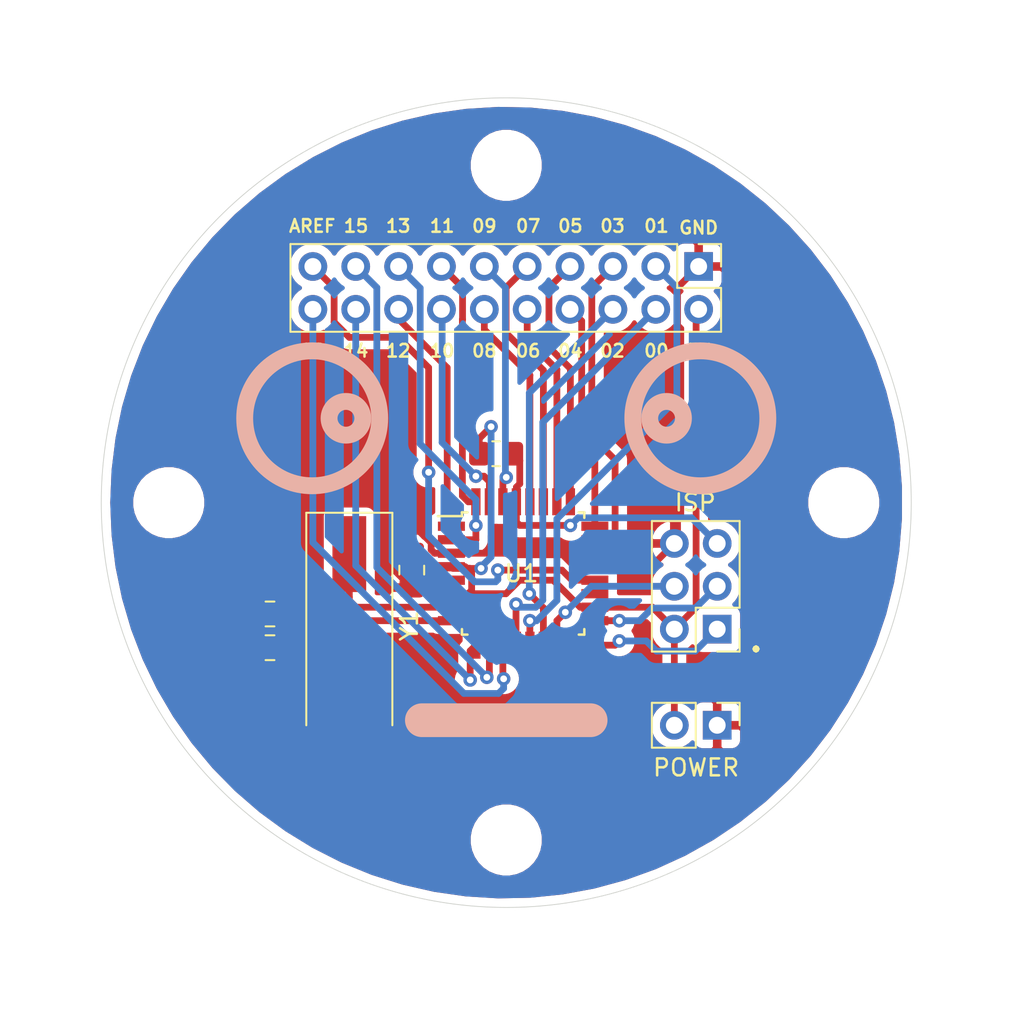
<source format=kicad_pcb>
(kicad_pcb (version 20171130) (host pcbnew "(5.1.8-0-10_14)")

  (general
    (thickness 1.6)
    (drawings 30)
    (tracks 207)
    (zones 0)
    (modules 13)
    (nets 27)
  )

  (page A4)
  (layers
    (0 F.Cu signal)
    (31 B.Cu signal)
    (32 B.Adhes user hide)
    (33 F.Adhes user hide)
    (34 B.Paste user hide)
    (35 F.Paste user hide)
    (36 B.SilkS user)
    (37 F.SilkS user)
    (38 B.Mask user hide)
    (39 F.Mask user hide)
    (40 Dwgs.User user hide)
    (41 Cmts.User user hide)
    (42 Eco1.User user hide)
    (43 Eco2.User user hide)
    (44 Edge.Cuts user)
    (45 Margin user)
    (46 B.CrtYd user)
    (47 F.CrtYd user)
    (48 B.Fab user)
    (49 F.Fab user hide)
  )

  (setup
    (last_trace_width 0.4)
    (trace_clearance 0.2)
    (zone_clearance 0.508)
    (zone_45_only no)
    (trace_min 0.2)
    (via_size 0.8)
    (via_drill 0.4)
    (via_min_size 0.4)
    (via_min_drill 0.3)
    (uvia_size 0.3)
    (uvia_drill 0.1)
    (uvias_allowed no)
    (uvia_min_size 0.2)
    (uvia_min_drill 0.1)
    (edge_width 0.05)
    (segment_width 0.2)
    (pcb_text_width 0.3)
    (pcb_text_size 1.5 1.5)
    (mod_edge_width 0.12)
    (mod_text_size 1 1)
    (mod_text_width 0.15)
    (pad_size 1.524 1.524)
    (pad_drill 0.762)
    (pad_to_mask_clearance 0)
    (aux_axis_origin 0 0)
    (visible_elements FFFFFF7F)
    (pcbplotparams
      (layerselection 0x010fc_ffffffff)
      (usegerberextensions false)
      (usegerberattributes true)
      (usegerberadvancedattributes true)
      (creategerberjobfile true)
      (excludeedgelayer true)
      (linewidth 0.100000)
      (plotframeref false)
      (viasonmask false)
      (mode 1)
      (useauxorigin false)
      (hpglpennumber 1)
      (hpglpenspeed 20)
      (hpglpendiameter 15.000000)
      (psnegative false)
      (psa4output false)
      (plotreference true)
      (plotvalue true)
      (plotinvisibletext false)
      (padsonsilk false)
      (subtractmaskfromsilk false)
      (outputformat 1)
      (mirror false)
      (drillshape 0)
      (scaleselection 1)
      (outputdirectory "assembly/"))
  )

  (net 0 "")
  (net 1 GND)
  (net 2 +5V)
  (net 3 "Net-(C2-Pad2)")
  (net 4 "Net-(C3-Pad2)")
  (net 5 /RESET)
  (net 6 /MOSI)
  (net 7 /SCK)
  (net 8 /MISO)
  (net 9 /PIN_16)
  (net 10 /AREF)
  (net 11 /PIN_14)
  (net 12 /PIN_15)
  (net 13 /PIN_12)
  (net 14 /PIN_13)
  (net 15 /PIN_10)
  (net 16 /PIN_11)
  (net 17 /PIN_08)
  (net 18 /PIN_09)
  (net 19 /PIN_06)
  (net 20 /PIN_07)
  (net 21 /PIN_04)
  (net 22 /PIN_05)
  (net 23 /PIN_02)
  (net 24 /PIN_03)
  (net 25 /PIN_00)
  (net 26 /PIN_01)

  (net_class Default "This is the default net class."
    (clearance 0.2)
    (trace_width 0.4)
    (via_dia 0.8)
    (via_drill 0.4)
    (uvia_dia 0.3)
    (uvia_drill 0.1)
    (add_net +5V)
    (add_net /AREF)
    (add_net /MISO)
    (add_net /MOSI)
    (add_net /PIN_00)
    (add_net /PIN_01)
    (add_net /PIN_02)
    (add_net /PIN_03)
    (add_net /PIN_04)
    (add_net /PIN_05)
    (add_net /PIN_06)
    (add_net /PIN_07)
    (add_net /PIN_08)
    (add_net /PIN_09)
    (add_net /PIN_10)
    (add_net /PIN_11)
    (add_net /PIN_12)
    (add_net /PIN_13)
    (add_net /PIN_14)
    (add_net /PIN_15)
    (add_net /PIN_16)
    (add_net /RESET)
    (add_net /SCK)
    (add_net GND)
    (add_net "Net-(C2-Pad2)")
    (add_net "Net-(C3-Pad2)")
  )

  (net_class PWR ""
    (clearance 0.2)
    (trace_width 1)
    (via_dia 0.8)
    (via_drill 0.4)
    (uvia_dia 0.3)
    (uvia_drill 0.1)
  )

  (module Crystal:Crystal_SMD_HC49-SD (layer F.Cu) (tedit 5A1AD52C) (tstamp 615ED691)
    (at 140.7 112.3 270)
    (descr "SMD Crystal HC-49-SD http://cdn-reichelt.de/documents/datenblatt/B400/xxx-HC49-SMD.pdf, 11.4x4.7mm^2 package")
    (tags "SMD SMT crystal")
    (path /615EDB3E)
    (attr smd)
    (fp_text reference Y1 (at 0 -3.55 90) (layer F.SilkS)
      (effects (font (size 1 1) (thickness 0.15)))
    )
    (fp_text value Crystal (at 0 3.55 90) (layer F.Fab)
      (effects (font (size 1 1) (thickness 0.15)))
    )
    (fp_arc (start 3.015 0) (end 3.015 -2.115) (angle 180) (layer F.Fab) (width 0.1))
    (fp_arc (start -3.015 0) (end -3.015 -2.115) (angle -180) (layer F.Fab) (width 0.1))
    (fp_text user %R (at 0 0 90) (layer F.Fab)
      (effects (font (size 1 1) (thickness 0.15)))
    )
    (fp_line (start -5.7 -2.35) (end -5.7 2.35) (layer F.Fab) (width 0.1))
    (fp_line (start -5.7 2.35) (end 5.7 2.35) (layer F.Fab) (width 0.1))
    (fp_line (start 5.7 2.35) (end 5.7 -2.35) (layer F.Fab) (width 0.1))
    (fp_line (start 5.7 -2.35) (end -5.7 -2.35) (layer F.Fab) (width 0.1))
    (fp_line (start -3.015 -2.115) (end 3.015 -2.115) (layer F.Fab) (width 0.1))
    (fp_line (start -3.015 2.115) (end 3.015 2.115) (layer F.Fab) (width 0.1))
    (fp_line (start 5.9 -2.55) (end -6.7 -2.55) (layer F.SilkS) (width 0.12))
    (fp_line (start -6.7 -2.55) (end -6.7 2.55) (layer F.SilkS) (width 0.12))
    (fp_line (start -6.7 2.55) (end 5.9 2.55) (layer F.SilkS) (width 0.12))
    (fp_line (start -6.8 -2.6) (end -6.8 2.6) (layer F.CrtYd) (width 0.05))
    (fp_line (start -6.8 2.6) (end 6.8 2.6) (layer F.CrtYd) (width 0.05))
    (fp_line (start 6.8 2.6) (end 6.8 -2.6) (layer F.CrtYd) (width 0.05))
    (fp_line (start 6.8 -2.6) (end -6.8 -2.6) (layer F.CrtYd) (width 0.05))
    (pad 2 smd rect (at 4.25 0 270) (size 4.5 2) (layers F.Cu F.Paste F.Mask)
      (net 4 "Net-(C3-Pad2)"))
    (pad 1 smd rect (at -4.25 0 270) (size 4.5 2) (layers F.Cu F.Paste F.Mask)
      (net 3 "Net-(C2-Pad2)"))
    (model ${KISYS3DMOD}/Crystal.3dshapes/Crystal_SMD_HC49-SD.wrl
      (at (xyz 0 0 0))
      (scale (xyz 1 1 1))
      (rotate (xyz 0 0 0))
    )
  )

  (module Connector_PinHeader_2.54mm:PinHeader_2x10_P2.54mm_Vertical (layer F.Cu) (tedit 59FED5CC) (tstamp 615EE673)
    (at 161.4 91 270)
    (descr "Through hole straight pin header, 2x10, 2.54mm pitch, double rows")
    (tags "Through hole pin header THT 2x10 2.54mm double row")
    (path /615F2E7D)
    (fp_text reference J3 (at 1.3 11.4) (layer F.Fab)
      (effects (font (size 1 1) (thickness 0.15)))
    )
    (fp_text value Conn_02x10_Odd_Even (at 1.27 25.19 90) (layer F.Fab)
      (effects (font (size 1 1) (thickness 0.15)))
    )
    (fp_text user %R (at 1.27 11.43) (layer F.Fab)
      (effects (font (size 1 1) (thickness 0.15)))
    )
    (fp_line (start 0 -1.27) (end 3.81 -1.27) (layer F.Fab) (width 0.1))
    (fp_line (start 3.81 -1.27) (end 3.81 24.13) (layer F.Fab) (width 0.1))
    (fp_line (start 3.81 24.13) (end -1.27 24.13) (layer F.Fab) (width 0.1))
    (fp_line (start -1.27 24.13) (end -1.27 0) (layer F.Fab) (width 0.1))
    (fp_line (start -1.27 0) (end 0 -1.27) (layer F.Fab) (width 0.1))
    (fp_line (start -1.33 24.19) (end 3.87 24.19) (layer F.SilkS) (width 0.12))
    (fp_line (start -1.33 1.27) (end -1.33 24.19) (layer F.SilkS) (width 0.12))
    (fp_line (start 3.87 -1.33) (end 3.87 24.19) (layer F.SilkS) (width 0.12))
    (fp_line (start -1.33 1.27) (end 1.27 1.27) (layer F.SilkS) (width 0.12))
    (fp_line (start 1.27 1.27) (end 1.27 -1.33) (layer F.SilkS) (width 0.12))
    (fp_line (start 1.27 -1.33) (end 3.87 -1.33) (layer F.SilkS) (width 0.12))
    (fp_line (start -1.33 0) (end -1.33 -1.33) (layer F.SilkS) (width 0.12))
    (fp_line (start -1.33 -1.33) (end 0 -1.33) (layer F.SilkS) (width 0.12))
    (fp_line (start -1.8 -1.8) (end -1.8 24.65) (layer F.CrtYd) (width 0.05))
    (fp_line (start -1.8 24.65) (end 4.35 24.65) (layer F.CrtYd) (width 0.05))
    (fp_line (start 4.35 24.65) (end 4.35 -1.8) (layer F.CrtYd) (width 0.05))
    (fp_line (start 4.35 -1.8) (end -1.8 -1.8) (layer F.CrtYd) (width 0.05))
    (pad 20 thru_hole oval (at 2.54 22.86 270) (size 1.7 1.7) (drill 1) (layers *.Cu *.Mask)
      (net 9 /PIN_16))
    (pad 19 thru_hole oval (at 0 22.86 270) (size 1.7 1.7) (drill 1) (layers *.Cu *.Mask)
      (net 10 /AREF))
    (pad 18 thru_hole oval (at 2.54 20.32 270) (size 1.7 1.7) (drill 1) (layers *.Cu *.Mask)
      (net 11 /PIN_14))
    (pad 17 thru_hole oval (at 0 20.32 270) (size 1.7 1.7) (drill 1) (layers *.Cu *.Mask)
      (net 12 /PIN_15))
    (pad 16 thru_hole oval (at 2.54 17.78 270) (size 1.7 1.7) (drill 1) (layers *.Cu *.Mask)
      (net 13 /PIN_12))
    (pad 15 thru_hole oval (at 0 17.78 270) (size 1.7 1.7) (drill 1) (layers *.Cu *.Mask)
      (net 14 /PIN_13))
    (pad 14 thru_hole oval (at 2.54 15.24 270) (size 1.7 1.7) (drill 1) (layers *.Cu *.Mask)
      (net 15 /PIN_10))
    (pad 13 thru_hole oval (at 0 15.24 270) (size 1.7 1.7) (drill 1) (layers *.Cu *.Mask)
      (net 16 /PIN_11))
    (pad 12 thru_hole oval (at 2.54 12.7 270) (size 1.7 1.7) (drill 1) (layers *.Cu *.Mask)
      (net 17 /PIN_08))
    (pad 11 thru_hole oval (at 0 12.7 270) (size 1.7 1.7) (drill 1) (layers *.Cu *.Mask)
      (net 18 /PIN_09))
    (pad 10 thru_hole oval (at 2.54 10.16 270) (size 1.7 1.7) (drill 1) (layers *.Cu *.Mask)
      (net 19 /PIN_06))
    (pad 9 thru_hole oval (at 0 10.16 270) (size 1.7 1.7) (drill 1) (layers *.Cu *.Mask)
      (net 20 /PIN_07))
    (pad 8 thru_hole oval (at 2.54 7.62 270) (size 1.7 1.7) (drill 1) (layers *.Cu *.Mask)
      (net 21 /PIN_04))
    (pad 7 thru_hole oval (at 0 7.62 270) (size 1.7 1.7) (drill 1) (layers *.Cu *.Mask)
      (net 22 /PIN_05))
    (pad 6 thru_hole oval (at 2.54 5.08 270) (size 1.7 1.7) (drill 1) (layers *.Cu *.Mask)
      (net 23 /PIN_02))
    (pad 5 thru_hole oval (at 0 5.08 270) (size 1.7 1.7) (drill 1) (layers *.Cu *.Mask)
      (net 24 /PIN_03))
    (pad 4 thru_hole oval (at 2.54 2.54 270) (size 1.7 1.7) (drill 1) (layers *.Cu *.Mask)
      (net 25 /PIN_00))
    (pad 3 thru_hole oval (at 0 2.54 270) (size 1.7 1.7) (drill 1) (layers *.Cu *.Mask)
      (net 26 /PIN_01))
    (pad 2 thru_hole oval (at 2.54 0 270) (size 1.7 1.7) (drill 1) (layers *.Cu *.Mask)
      (net 2 +5V))
    (pad 1 thru_hole rect (at 0 0 270) (size 1.7 1.7) (drill 1) (layers *.Cu *.Mask)
      (net 1 GND))
    (model ${KISYS3DMOD}/Connector_PinHeader_2.54mm.3dshapes/PinHeader_2x10_P2.54mm_Vertical.wrl
      (at (xyz 0 0 0))
      (scale (xyz 1 1 1))
      (rotate (xyz 0 0 0))
    )
  )

  (module Package_QFP:TQFP-32_7x7mm_P0.8mm (layer F.Cu) (tedit 5A02F146) (tstamp 615ED610)
    (at 151 109.2)
    (descr "32-Lead Plastic Thin Quad Flatpack (PT) - 7x7x1.0 mm Body, 2.00 mm [TQFP] (see Microchip Packaging Specification 00000049BS.pdf)")
    (tags "QFP 0.8")
    (path /615DB63A)
    (attr smd)
    (fp_text reference U1 (at -0.1 0) (layer F.SilkS)
      (effects (font (size 1 1) (thickness 0.15)))
    )
    (fp_text value ATmega328P-AU (at 0 6.05) (layer F.Fab)
      (effects (font (size 1 1) (thickness 0.15)))
    )
    (fp_line (start -3.625 -3.4) (end -5.05 -3.4) (layer F.SilkS) (width 0.15))
    (fp_line (start 3.625 -3.625) (end 3.3 -3.625) (layer F.SilkS) (width 0.15))
    (fp_line (start 3.625 3.625) (end 3.3 3.625) (layer F.SilkS) (width 0.15))
    (fp_line (start -3.625 3.625) (end -3.3 3.625) (layer F.SilkS) (width 0.15))
    (fp_line (start -3.625 -3.625) (end -3.3 -3.625) (layer F.SilkS) (width 0.15))
    (fp_line (start -3.625 3.625) (end -3.625 3.3) (layer F.SilkS) (width 0.15))
    (fp_line (start 3.625 3.625) (end 3.625 3.3) (layer F.SilkS) (width 0.15))
    (fp_line (start 3.625 -3.625) (end 3.625 -3.3) (layer F.SilkS) (width 0.15))
    (fp_line (start -3.625 -3.625) (end -3.625 -3.4) (layer F.SilkS) (width 0.15))
    (fp_line (start -5.3 5.3) (end 5.3 5.3) (layer F.CrtYd) (width 0.05))
    (fp_line (start -5.3 -5.3) (end 5.3 -5.3) (layer F.CrtYd) (width 0.05))
    (fp_line (start 5.3 -5.3) (end 5.3 5.3) (layer F.CrtYd) (width 0.05))
    (fp_line (start -5.3 -5.3) (end -5.3 5.3) (layer F.CrtYd) (width 0.05))
    (fp_line (start -3.5 -2.5) (end -2.5 -3.5) (layer F.Fab) (width 0.15))
    (fp_line (start -3.5 3.5) (end -3.5 -2.5) (layer F.Fab) (width 0.15))
    (fp_line (start 3.5 3.5) (end -3.5 3.5) (layer F.Fab) (width 0.15))
    (fp_line (start 3.5 -3.5) (end 3.5 3.5) (layer F.Fab) (width 0.15))
    (fp_line (start -2.5 -3.5) (end 3.5 -3.5) (layer F.Fab) (width 0.15))
    (fp_text user %R (at 0 0) (layer F.Fab)
      (effects (font (size 1 1) (thickness 0.15)))
    )
    (pad 32 smd rect (at -2.8 -4.25 90) (size 1.6 0.55) (layers F.Cu F.Paste F.Mask)
      (net 16 /PIN_11))
    (pad 31 smd rect (at -2 -4.25 90) (size 1.6 0.55) (layers F.Cu F.Paste F.Mask)
      (net 15 /PIN_10))
    (pad 30 smd rect (at -1.2 -4.25 90) (size 1.6 0.55) (layers F.Cu F.Paste F.Mask)
      (net 18 /PIN_09))
    (pad 29 smd rect (at -0.4 -4.25 90) (size 1.6 0.55) (layers F.Cu F.Paste F.Mask)
      (net 5 /RESET))
    (pad 28 smd rect (at 0.4 -4.25 90) (size 1.6 0.55) (layers F.Cu F.Paste F.Mask)
      (net 17 /PIN_08))
    (pad 27 smd rect (at 1.2 -4.25 90) (size 1.6 0.55) (layers F.Cu F.Paste F.Mask)
      (net 20 /PIN_07))
    (pad 26 smd rect (at 2 -4.25 90) (size 1.6 0.55) (layers F.Cu F.Paste F.Mask)
      (net 19 /PIN_06))
    (pad 25 smd rect (at 2.8 -4.25 90) (size 1.6 0.55) (layers F.Cu F.Paste F.Mask)
      (net 22 /PIN_05))
    (pad 24 smd rect (at 4.25 -2.8) (size 1.6 0.55) (layers F.Cu F.Paste F.Mask)
      (net 21 /PIN_04))
    (pad 23 smd rect (at 4.25 -2) (size 1.6 0.55) (layers F.Cu F.Paste F.Mask)
      (net 24 /PIN_03))
    (pad 22 smd rect (at 4.25 -1.2) (size 1.6 0.55) (layers F.Cu F.Paste F.Mask))
    (pad 21 smd rect (at 4.25 -0.4) (size 1.6 0.55) (layers F.Cu F.Paste F.Mask)
      (net 1 GND))
    (pad 20 smd rect (at 4.25 0.4) (size 1.6 0.55) (layers F.Cu F.Paste F.Mask)
      (net 10 /AREF))
    (pad 19 smd rect (at 4.25 1.2) (size 1.6 0.55) (layers F.Cu F.Paste F.Mask))
    (pad 18 smd rect (at 4.25 2) (size 1.6 0.55) (layers F.Cu F.Paste F.Mask)
      (net 2 +5V))
    (pad 17 smd rect (at 4.25 2.8) (size 1.6 0.55) (layers F.Cu F.Paste F.Mask)
      (net 7 /SCK))
    (pad 16 smd rect (at 2.8 4.25 90) (size 1.6 0.55) (layers F.Cu F.Paste F.Mask)
      (net 8 /MISO))
    (pad 15 smd rect (at 2 4.25 90) (size 1.6 0.55) (layers F.Cu F.Paste F.Mask)
      (net 6 /MOSI))
    (pad 14 smd rect (at 1.2 4.25 90) (size 1.6 0.55) (layers F.Cu F.Paste F.Mask)
      (net 23 /PIN_02))
    (pad 13 smd rect (at 0.4 4.25 90) (size 1.6 0.55) (layers F.Cu F.Paste F.Mask)
      (net 26 /PIN_01))
    (pad 12 smd rect (at -0.4 4.25 90) (size 1.6 0.55) (layers F.Cu F.Paste F.Mask)
      (net 25 /PIN_00))
    (pad 11 smd rect (at -1.2 4.25 90) (size 1.6 0.55) (layers F.Cu F.Paste F.Mask)
      (net 9 /PIN_16))
    (pad 10 smd rect (at -2 4.25 90) (size 1.6 0.55) (layers F.Cu F.Paste F.Mask)
      (net 12 /PIN_15))
    (pad 9 smd rect (at -2.8 4.25 90) (size 1.6 0.55) (layers F.Cu F.Paste F.Mask)
      (net 11 /PIN_14))
    (pad 8 smd rect (at -4.25 2.8) (size 1.6 0.55) (layers F.Cu F.Paste F.Mask)
      (net 4 "Net-(C3-Pad2)"))
    (pad 7 smd rect (at -4.25 2) (size 1.6 0.55) (layers F.Cu F.Paste F.Mask)
      (net 3 "Net-(C2-Pad2)"))
    (pad 6 smd rect (at -4.25 1.2) (size 1.6 0.55) (layers F.Cu F.Paste F.Mask)
      (net 2 +5V))
    (pad 5 smd rect (at -4.25 0.4) (size 1.6 0.55) (layers F.Cu F.Paste F.Mask)
      (net 1 GND))
    (pad 4 smd rect (at -4.25 -0.4) (size 1.6 0.55) (layers F.Cu F.Paste F.Mask)
      (net 2 +5V))
    (pad 3 smd rect (at -4.25 -1.2) (size 1.6 0.55) (layers F.Cu F.Paste F.Mask)
      (net 1 GND))
    (pad 2 smd rect (at -4.25 -2) (size 1.6 0.55) (layers F.Cu F.Paste F.Mask)
      (net 14 /PIN_13))
    (pad 1 smd rect (at -4.25 -2.8) (size 1.6 0.55) (layers F.Cu F.Paste F.Mask)
      (net 13 /PIN_12))
    (model ${KISYS3DMOD}/Package_QFP.3dshapes/TQFP-32_7x7mm_P0.8mm.wrl
      (at (xyz 0 0 0))
      (scale (xyz 1 1 1))
      (rotate (xyz 0 0 0))
    )
  )

  (module Resistor_SMD:R_0805_2012Metric_Pad1.20x1.40mm_HandSolder (layer F.Cu) (tedit 5F68FEEE) (tstamp 615ED5BA)
    (at 149.4 102.1)
    (descr "Resistor SMD 0805 (2012 Metric), square (rectangular) end terminal, IPC_7351 nominal with elongated pad for handsoldering. (Body size source: IPC-SM-782 page 72, https://www.pcb-3d.com/wordpress/wp-content/uploads/ipc-sm-782a_amendment_1_and_2.pdf), generated with kicad-footprint-generator")
    (tags "resistor handsolder")
    (path /615E18C4)
    (attr smd)
    (fp_text reference R1 (at -0.1 -0.1 90) (layer F.Fab)
      (effects (font (size 1 1) (thickness 0.15)))
    )
    (fp_text value 10K (at 0 1.65) (layer F.Fab)
      (effects (font (size 1 1) (thickness 0.15)))
    )
    (fp_line (start 1.85 0.95) (end -1.85 0.95) (layer F.CrtYd) (width 0.05))
    (fp_line (start 1.85 -0.95) (end 1.85 0.95) (layer F.CrtYd) (width 0.05))
    (fp_line (start -1.85 -0.95) (end 1.85 -0.95) (layer F.CrtYd) (width 0.05))
    (fp_line (start -1.85 0.95) (end -1.85 -0.95) (layer F.CrtYd) (width 0.05))
    (fp_line (start -0.227064 0.735) (end 0.227064 0.735) (layer F.SilkS) (width 0.12))
    (fp_line (start -0.227064 -0.735) (end 0.227064 -0.735) (layer F.SilkS) (width 0.12))
    (fp_line (start 1 0.625) (end -1 0.625) (layer F.Fab) (width 0.1))
    (fp_line (start 1 -0.625) (end 1 0.625) (layer F.Fab) (width 0.1))
    (fp_line (start -1 -0.625) (end 1 -0.625) (layer F.Fab) (width 0.1))
    (fp_line (start -1 0.625) (end -1 -0.625) (layer F.Fab) (width 0.1))
    (fp_text user %R (at 0 0) (layer F.Fab)
      (effects (font (size 0.5 0.5) (thickness 0.08)))
    )
    (pad 2 smd roundrect (at 1 0) (size 1.2 1.4) (layers F.Cu F.Paste F.Mask) (roundrect_rratio 0.208333)
      (net 5 /RESET))
    (pad 1 smd roundrect (at -1 0) (size 1.2 1.4) (layers F.Cu F.Paste F.Mask) (roundrect_rratio 0.208333)
      (net 2 +5V))
    (model ${KISYS3DMOD}/Resistor_SMD.3dshapes/R_0805_2012Metric.wrl
      (at (xyz 0 0 0))
      (scale (xyz 1 1 1))
      (rotate (xyz 0 0 0))
    )
  )

  (module Connector_PinHeader_2.54mm:PinHeader_2x03_P2.54mm_Vertical (layer F.Cu) (tedit 59FED5CC) (tstamp 615ED574)
    (at 162.5 112.5 180)
    (descr "Through hole straight pin header, 2x03, 2.54mm pitch, double rows")
    (tags "Through hole pin header THT 2x03 2.54mm double row")
    (path /615DB577)
    (fp_text reference J1 (at 1.3 3.8) (layer F.Fab)
      (effects (font (size 1 1) (thickness 0.15)))
    )
    (fp_text value ISP (at 1.27 7.41) (layer F.Fab)
      (effects (font (size 1 1) (thickness 0.15)))
    )
    (fp_line (start 4.35 -1.8) (end -1.8 -1.8) (layer F.CrtYd) (width 0.05))
    (fp_line (start 4.35 6.85) (end 4.35 -1.8) (layer F.CrtYd) (width 0.05))
    (fp_line (start -1.8 6.85) (end 4.35 6.85) (layer F.CrtYd) (width 0.05))
    (fp_line (start -1.8 -1.8) (end -1.8 6.85) (layer F.CrtYd) (width 0.05))
    (fp_line (start -1.33 -1.33) (end 0 -1.33) (layer F.SilkS) (width 0.12))
    (fp_line (start -1.33 0) (end -1.33 -1.33) (layer F.SilkS) (width 0.12))
    (fp_line (start 1.27 -1.33) (end 3.87 -1.33) (layer F.SilkS) (width 0.12))
    (fp_line (start 1.27 1.27) (end 1.27 -1.33) (layer F.SilkS) (width 0.12))
    (fp_line (start -1.33 1.27) (end 1.27 1.27) (layer F.SilkS) (width 0.12))
    (fp_line (start 3.87 -1.33) (end 3.87 6.41) (layer F.SilkS) (width 0.12))
    (fp_line (start -1.33 1.27) (end -1.33 6.41) (layer F.SilkS) (width 0.12))
    (fp_line (start -1.33 6.41) (end 3.87 6.41) (layer F.SilkS) (width 0.12))
    (fp_line (start -1.27 0) (end 0 -1.27) (layer F.Fab) (width 0.1))
    (fp_line (start -1.27 6.35) (end -1.27 0) (layer F.Fab) (width 0.1))
    (fp_line (start 3.81 6.35) (end -1.27 6.35) (layer F.Fab) (width 0.1))
    (fp_line (start 3.81 -1.27) (end 3.81 6.35) (layer F.Fab) (width 0.1))
    (fp_line (start 0 -1.27) (end 3.81 -1.27) (layer F.Fab) (width 0.1))
    (fp_text user %R (at 1.27 2.54 90) (layer F.Fab)
      (effects (font (size 1 1) (thickness 0.15)))
    )
    (pad 6 thru_hole oval (at 2.54 5.08 180) (size 1.7 1.7) (drill 1) (layers *.Cu *.Mask)
      (net 1 GND))
    (pad 5 thru_hole oval (at 0 5.08 180) (size 1.7 1.7) (drill 1) (layers *.Cu *.Mask)
      (net 5 /RESET))
    (pad 4 thru_hole oval (at 2.54 2.54 180) (size 1.7 1.7) (drill 1) (layers *.Cu *.Mask)
      (net 6 /MOSI))
    (pad 3 thru_hole oval (at 0 2.54 180) (size 1.7 1.7) (drill 1) (layers *.Cu *.Mask)
      (net 7 /SCK))
    (pad 2 thru_hole oval (at 2.54 0 180) (size 1.7 1.7) (drill 1) (layers *.Cu *.Mask)
      (net 2 +5V))
    (pad 1 thru_hole rect (at 0 0 180) (size 1.7 1.7) (drill 1) (layers *.Cu *.Mask)
      (net 8 /MISO))
    (model ${KISYS3DMOD}/Connector_PinHeader_2.54mm.3dshapes/PinHeader_2x03_P2.54mm_Vertical.wrl
      (at (xyz 0 0 0))
      (scale (xyz 1 1 1))
      (rotate (xyz 0 0 0))
    )
  )

  (module Capacitor_SMD:C_0805_2012Metric_Pad1.18x1.45mm_HandSolder (layer F.Cu) (tedit 5F68FEEF) (tstamp 615ED539)
    (at 136 113.6)
    (descr "Capacitor SMD 0805 (2012 Metric), square (rectangular) end terminal, IPC_7351 nominal with elongated pad for handsoldering. (Body size source: IPC-SM-782 page 76, https://www.pcb-3d.com/wordpress/wp-content/uploads/ipc-sm-782a_amendment_1_and_2.pdf, https://docs.google.com/spreadsheets/d/1BsfQQcO9C6DZCsRaXUlFlo91Tg2WpOkGARC1WS5S8t0/edit?usp=sharing), generated with kicad-footprint-generator")
    (tags "capacitor handsolder")
    (path /615F8DD5)
    (attr smd)
    (fp_text reference C3 (at 0 0 90) (layer F.Fab)
      (effects (font (size 1 1) (thickness 0.15)))
    )
    (fp_text value 22pF (at 0 1.68) (layer F.Fab)
      (effects (font (size 1 1) (thickness 0.15)))
    )
    (fp_line (start 1.88 0.98) (end -1.88 0.98) (layer F.CrtYd) (width 0.05))
    (fp_line (start 1.88 -0.98) (end 1.88 0.98) (layer F.CrtYd) (width 0.05))
    (fp_line (start -1.88 -0.98) (end 1.88 -0.98) (layer F.CrtYd) (width 0.05))
    (fp_line (start -1.88 0.98) (end -1.88 -0.98) (layer F.CrtYd) (width 0.05))
    (fp_line (start -0.261252 0.735) (end 0.261252 0.735) (layer F.SilkS) (width 0.12))
    (fp_line (start -0.261252 -0.735) (end 0.261252 -0.735) (layer F.SilkS) (width 0.12))
    (fp_line (start 1 0.625) (end -1 0.625) (layer F.Fab) (width 0.1))
    (fp_line (start 1 -0.625) (end 1 0.625) (layer F.Fab) (width 0.1))
    (fp_line (start -1 -0.625) (end 1 -0.625) (layer F.Fab) (width 0.1))
    (fp_line (start -1 0.625) (end -1 -0.625) (layer F.Fab) (width 0.1))
    (fp_text user %R (at 0 0) (layer F.Fab)
      (effects (font (size 0.5 0.5) (thickness 0.08)))
    )
    (pad 2 smd roundrect (at 1.0375 0) (size 1.175 1.45) (layers F.Cu F.Paste F.Mask) (roundrect_rratio 0.212766)
      (net 4 "Net-(C3-Pad2)"))
    (pad 1 smd roundrect (at -1.0375 0) (size 1.175 1.45) (layers F.Cu F.Paste F.Mask) (roundrect_rratio 0.212766)
      (net 1 GND))
    (model ${KISYS3DMOD}/Capacitor_SMD.3dshapes/C_0805_2012Metric.wrl
      (at (xyz 0 0 0))
      (scale (xyz 1 1 1))
      (rotate (xyz 0 0 0))
    )
  )

  (module Capacitor_SMD:C_0805_2012Metric_Pad1.18x1.45mm_HandSolder (layer F.Cu) (tedit 5F68FEEF) (tstamp 615ED509)
    (at 136 111.6)
    (descr "Capacitor SMD 0805 (2012 Metric), square (rectangular) end terminal, IPC_7351 nominal with elongated pad for handsoldering. (Body size source: IPC-SM-782 page 76, https://www.pcb-3d.com/wordpress/wp-content/uploads/ipc-sm-782a_amendment_1_and_2.pdf, https://docs.google.com/spreadsheets/d/1BsfQQcO9C6DZCsRaXUlFlo91Tg2WpOkGARC1WS5S8t0/edit?usp=sharing), generated with kicad-footprint-generator")
    (tags "capacitor handsolder")
    (path /615EF450)
    (attr smd)
    (fp_text reference C2 (at 0 0 90) (layer F.Fab)
      (effects (font (size 1 1) (thickness 0.15)))
    )
    (fp_text value 22pF (at 0 1.68) (layer F.Fab)
      (effects (font (size 1 1) (thickness 0.15)))
    )
    (fp_line (start 1.88 0.98) (end -1.88 0.98) (layer F.CrtYd) (width 0.05))
    (fp_line (start 1.88 -0.98) (end 1.88 0.98) (layer F.CrtYd) (width 0.05))
    (fp_line (start -1.88 -0.98) (end 1.88 -0.98) (layer F.CrtYd) (width 0.05))
    (fp_line (start -1.88 0.98) (end -1.88 -0.98) (layer F.CrtYd) (width 0.05))
    (fp_line (start -0.261252 0.735) (end 0.261252 0.735) (layer F.SilkS) (width 0.12))
    (fp_line (start -0.261252 -0.735) (end 0.261252 -0.735) (layer F.SilkS) (width 0.12))
    (fp_line (start 1 0.625) (end -1 0.625) (layer F.Fab) (width 0.1))
    (fp_line (start 1 -0.625) (end 1 0.625) (layer F.Fab) (width 0.1))
    (fp_line (start -1 -0.625) (end 1 -0.625) (layer F.Fab) (width 0.1))
    (fp_line (start -1 0.625) (end -1 -0.625) (layer F.Fab) (width 0.1))
    (fp_text user %R (at 0 0) (layer F.Fab)
      (effects (font (size 0.5 0.5) (thickness 0.08)))
    )
    (pad 2 smd roundrect (at 1.0375 0) (size 1.175 1.45) (layers F.Cu F.Paste F.Mask) (roundrect_rratio 0.212766)
      (net 3 "Net-(C2-Pad2)"))
    (pad 1 smd roundrect (at -1.0375 0) (size 1.175 1.45) (layers F.Cu F.Paste F.Mask) (roundrect_rratio 0.212766)
      (net 1 GND))
    (model ${KISYS3DMOD}/Capacitor_SMD.3dshapes/C_0805_2012Metric.wrl
      (at (xyz 0 0 0))
      (scale (xyz 1 1 1))
      (rotate (xyz 0 0 0))
    )
  )

  (module Capacitor_SMD:C_0805_2012Metric_Pad1.18x1.45mm_HandSolder (layer F.Cu) (tedit 5F68FEEF) (tstamp 615ED4D9)
    (at 144.4 109 270)
    (descr "Capacitor SMD 0805 (2012 Metric), square (rectangular) end terminal, IPC_7351 nominal with elongated pad for handsoldering. (Body size source: IPC-SM-782 page 76, https://www.pcb-3d.com/wordpress/wp-content/uploads/ipc-sm-782a_amendment_1_and_2.pdf, https://docs.google.com/spreadsheets/d/1BsfQQcO9C6DZCsRaXUlFlo91Tg2WpOkGARC1WS5S8t0/edit?usp=sharing), generated with kicad-footprint-generator")
    (tags "capacitor handsolder")
    (path /615D692F)
    (attr smd)
    (fp_text reference C1 (at 0 0 180) (layer F.Fab)
      (effects (font (size 1 1) (thickness 0.15)))
    )
    (fp_text value 100nF (at 0 1.68 90) (layer F.Fab)
      (effects (font (size 1 1) (thickness 0.15)))
    )
    (fp_line (start 1.88 0.98) (end -1.88 0.98) (layer F.CrtYd) (width 0.05))
    (fp_line (start 1.88 -0.98) (end 1.88 0.98) (layer F.CrtYd) (width 0.05))
    (fp_line (start -1.88 -0.98) (end 1.88 -0.98) (layer F.CrtYd) (width 0.05))
    (fp_line (start -1.88 0.98) (end -1.88 -0.98) (layer F.CrtYd) (width 0.05))
    (fp_line (start -0.261252 0.735) (end 0.261252 0.735) (layer F.SilkS) (width 0.12))
    (fp_line (start -0.261252 -0.735) (end 0.261252 -0.735) (layer F.SilkS) (width 0.12))
    (fp_line (start 1 0.625) (end -1 0.625) (layer F.Fab) (width 0.1))
    (fp_line (start 1 -0.625) (end 1 0.625) (layer F.Fab) (width 0.1))
    (fp_line (start -1 -0.625) (end 1 -0.625) (layer F.Fab) (width 0.1))
    (fp_line (start -1 0.625) (end -1 -0.625) (layer F.Fab) (width 0.1))
    (fp_text user %R (at 0 0 90) (layer F.Fab)
      (effects (font (size 0.5 0.5) (thickness 0.08)))
    )
    (pad 2 smd roundrect (at 1.0375 0 270) (size 1.175 1.45) (layers F.Cu F.Paste F.Mask) (roundrect_rratio 0.212766)
      (net 1 GND))
    (pad 1 smd roundrect (at -1.0375 0 270) (size 1.175 1.45) (layers F.Cu F.Paste F.Mask) (roundrect_rratio 0.212766)
      (net 2 +5V))
    (model ${KISYS3DMOD}/Capacitor_SMD.3dshapes/C_0805_2012Metric.wrl
      (at (xyz 0 0 0))
      (scale (xyz 1 1 1))
      (rotate (xyz 0 0 0))
    )
  )

  (module MountingHole:MountingHole_3.2mm_M3 (layer F.Cu) (tedit 56D1B4CB) (tstamp 615ED4BB)
    (at 130 105)
    (descr "Mounting Hole 3.2mm, no annular, M3")
    (tags "mounting hole 3.2mm no annular m3")
    (path /6162CBFC)
    (attr virtual)
    (fp_text reference H4 (at 0 -4.2) (layer F.Fab)
      (effects (font (size 1 1) (thickness 0.15)))
    )
    (fp_text value MountingHole (at 0 4.2) (layer F.Fab)
      (effects (font (size 1 1) (thickness 0.15)))
    )
    (fp_circle (center 0 0) (end 3.45 0) (layer F.CrtYd) (width 0.05))
    (fp_circle (center 0 0) (end 3.2 0) (layer Cmts.User) (width 0.15))
    (fp_text user %R (at 0.3 0) (layer F.Fab)
      (effects (font (size 1 1) (thickness 0.15)))
    )
    (pad 1 np_thru_hole circle (at 0 0) (size 3.2 3.2) (drill 3.2) (layers *.Cu *.Mask))
  )

  (module MountingHole:MountingHole_3.2mm_M3 (layer F.Cu) (tedit 56D1B4CB) (tstamp 615ED4A6)
    (at 170 105)
    (descr "Mounting Hole 3.2mm, no annular, M3")
    (tags "mounting hole 3.2mm no annular m3")
    (path /6162CBA7)
    (attr virtual)
    (fp_text reference H3 (at 0 -4.2) (layer F.Fab)
      (effects (font (size 1 1) (thickness 0.15)))
    )
    (fp_text value MountingHole (at 0 4.2) (layer F.Fab)
      (effects (font (size 1 1) (thickness 0.15)))
    )
    (fp_circle (center 0 0) (end 3.45 0) (layer F.CrtYd) (width 0.05))
    (fp_circle (center 0 0) (end 3.2 0) (layer Cmts.User) (width 0.15))
    (fp_text user %R (at 0.3 0) (layer F.Fab)
      (effects (font (size 1 1) (thickness 0.15)))
    )
    (pad 1 np_thru_hole circle (at 0 0) (size 3.2 3.2) (drill 3.2) (layers *.Cu *.Mask))
  )

  (module MountingHole:MountingHole_3.2mm_M3 (layer F.Cu) (tedit 56D1B4CB) (tstamp 615ED491)
    (at 150 85)
    (descr "Mounting Hole 3.2mm, no annular, M3")
    (tags "mounting hole 3.2mm no annular m3")
    (path /6162C8FF)
    (attr virtual)
    (fp_text reference H2 (at 0 -4.2) (layer F.Fab)
      (effects (font (size 1 1) (thickness 0.15)))
    )
    (fp_text value MountingHole (at 0 4.2) (layer F.Fab)
      (effects (font (size 1 1) (thickness 0.15)))
    )
    (fp_circle (center 0 0) (end 3.45 0) (layer F.CrtYd) (width 0.05))
    (fp_circle (center 0 0) (end 3.2 0) (layer Cmts.User) (width 0.15))
    (fp_text user %R (at 0.3 0) (layer F.Fab)
      (effects (font (size 1 1) (thickness 0.15)))
    )
    (pad 1 np_thru_hole circle (at 0 0) (size 3.2 3.2) (drill 3.2) (layers *.Cu *.Mask))
  )

  (module MountingHole:MountingHole_3.2mm_M3 (layer F.Cu) (tedit 56D1B4CB) (tstamp 615ED47C)
    (at 150 125)
    (descr "Mounting Hole 3.2mm, no annular, M3")
    (tags "mounting hole 3.2mm no annular m3")
    (path /6162C3BB)
    (attr virtual)
    (fp_text reference H1 (at 0 -4.2) (layer F.Fab)
      (effects (font (size 1 1) (thickness 0.15)))
    )
    (fp_text value MountingHole (at 0 4.2) (layer F.Fab)
      (effects (font (size 1 1) (thickness 0.15)))
    )
    (fp_circle (center 0 0) (end 3.45 0) (layer F.CrtYd) (width 0.05))
    (fp_circle (center 0 0) (end 3.2 0) (layer Cmts.User) (width 0.15))
    (fp_text user %R (at 0.3 0) (layer F.Fab)
      (effects (font (size 1 1) (thickness 0.15)))
    )
    (pad 1 np_thru_hole circle (at 0 0) (size 3.2 3.2) (drill 3.2) (layers *.Cu *.Mask))
  )

  (module Connector_PinHeader_2.54mm:PinHeader_1x02_P2.54mm_Vertical (layer F.Cu) (tedit 59FED5CC) (tstamp 615ED44B)
    (at 162.5 118.2 270)
    (descr "Through hole straight pin header, 1x02, 2.54mm pitch, single row")
    (tags "Through hole pin header THT 1x02 2.54mm single row")
    (path /6161A42A)
    (fp_text reference J2 (at 0 -2.8 180) (layer F.Fab)
      (effects (font (size 1 1) (thickness 0.15)))
    )
    (fp_text value PWR (at 0 4.87 90) (layer F.Fab)
      (effects (font (size 1 1) (thickness 0.15)))
    )
    (fp_line (start 1.8 -1.8) (end -1.8 -1.8) (layer F.CrtYd) (width 0.05))
    (fp_line (start 1.8 4.35) (end 1.8 -1.8) (layer F.CrtYd) (width 0.05))
    (fp_line (start -1.8 4.35) (end 1.8 4.35) (layer F.CrtYd) (width 0.05))
    (fp_line (start -1.8 -1.8) (end -1.8 4.35) (layer F.CrtYd) (width 0.05))
    (fp_line (start -1.33 -1.33) (end 0 -1.33) (layer F.SilkS) (width 0.12))
    (fp_line (start -1.33 0) (end -1.33 -1.33) (layer F.SilkS) (width 0.12))
    (fp_line (start -1.33 1.27) (end 1.33 1.27) (layer F.SilkS) (width 0.12))
    (fp_line (start 1.33 1.27) (end 1.33 3.87) (layer F.SilkS) (width 0.12))
    (fp_line (start -1.33 1.27) (end -1.33 3.87) (layer F.SilkS) (width 0.12))
    (fp_line (start -1.33 3.87) (end 1.33 3.87) (layer F.SilkS) (width 0.12))
    (fp_line (start -1.27 -0.635) (end -0.635 -1.27) (layer F.Fab) (width 0.1))
    (fp_line (start -1.27 3.81) (end -1.27 -0.635) (layer F.Fab) (width 0.1))
    (fp_line (start 1.27 3.81) (end -1.27 3.81) (layer F.Fab) (width 0.1))
    (fp_line (start 1.27 -1.27) (end 1.27 3.81) (layer F.Fab) (width 0.1))
    (fp_line (start -0.635 -1.27) (end 1.27 -1.27) (layer F.Fab) (width 0.1))
    (fp_text user %R (at 0 1.27) (layer F.Fab)
      (effects (font (size 1 1) (thickness 0.15)))
    )
    (pad 2 thru_hole oval (at 0 2.54 270) (size 1.7 1.7) (drill 1) (layers *.Cu *.Mask)
      (net 2 +5V))
    (pad 1 thru_hole rect (at 0 0 270) (size 1.7 1.7) (drill 1) (layers *.Cu *.Mask)
      (net 1 GND))
    (model ${KISYS3DMOD}/Connector_PinHeader_2.54mm.3dshapes/PinHeader_1x02_P2.54mm_Vertical.wrl
      (at (xyz 0 0 0))
      (scale (xyz 1 1 1))
      (rotate (xyz 0 0 0))
    )
  )

  (gr_circle (center 140.5 100) (end 141.5 100) (layer B.SilkS) (width 1) (tstamp 615F0C21))
  (gr_circle (center 159.5 100) (end 160.5 100) (layer B.SilkS) (width 1) (tstamp 615F0C1C))
  (gr_line (start 155 117.9) (end 145 117.9) (layer B.SilkS) (width 2))
  (gr_circle (center 161.5 100) (end 165.5 100) (layer B.SilkS) (width 1) (tstamp 615F09B5))
  (gr_circle (center 138.5 100) (end 142.5 100) (layer B.SilkS) (width 1) (tstamp 615F099F))
  (gr_text AREF (at 138.5 88.6) (layer F.SilkS) (tstamp 615F0805)
    (effects (font (size 0.75 0.75) (thickness 0.15)))
  )
  (gr_text 07 (at 151.3 88.6) (layer F.SilkS) (tstamp 615F07D6)
    (effects (font (size 0.75 0.75) (thickness 0.15)))
  )
  (gr_text 09 (at 148.7 88.6) (layer F.SilkS) (tstamp 615F07D5)
    (effects (font (size 0.75 0.75) (thickness 0.15)))
  )
  (gr_text 13 (at 143.6 88.6) (layer F.SilkS) (tstamp 615F07D4)
    (effects (font (size 0.75 0.75) (thickness 0.15)))
  )
  (gr_text 15 (at 141.1 88.6) (layer F.SilkS) (tstamp 615F07D3)
    (effects (font (size 0.75 0.75) (thickness 0.15)))
  )
  (gr_text 03 (at 156.3 88.6) (layer F.SilkS) (tstamp 615F07D2)
    (effects (font (size 0.75 0.75) (thickness 0.15)))
  )
  (gr_text 01 (at 158.9 88.6) (layer F.SilkS) (tstamp 615F07D1)
    (effects (font (size 0.75 0.75) (thickness 0.15)))
  )
  (gr_text 11 (at 146.2 88.6) (layer F.SilkS) (tstamp 615F07D0)
    (effects (font (size 0.75 0.75) (thickness 0.15)))
  )
  (gr_text 05 (at 153.8 88.6) (layer F.SilkS) (tstamp 615F07CF)
    (effects (font (size 0.75 0.75) (thickness 0.15)))
  )
  (gr_text 16 (at 138.5 96) (layer F.SilkS) (tstamp 615F07C6)
    (effects (font (size 0.75 0.75) (thickness 0.15)))
  )
  (gr_text 14 (at 141.1 96) (layer F.SilkS) (tstamp 615F07C4)
    (effects (font (size 0.75 0.75) (thickness 0.15)))
  )
  (gr_text 12 (at 143.6 96) (layer F.SilkS) (tstamp 615F07C2)
    (effects (font (size 0.75 0.75) (thickness 0.15)))
  )
  (gr_text 10 (at 146.2 96) (layer F.SilkS) (tstamp 615F07C0)
    (effects (font (size 0.75 0.75) (thickness 0.15)))
  )
  (gr_text 08 (at 148.7 96) (layer F.SilkS) (tstamp 615F07BE)
    (effects (font (size 0.75 0.75) (thickness 0.15)))
  )
  (gr_text 06 (at 151.3 96) (layer F.SilkS) (tstamp 615F07BC)
    (effects (font (size 0.75 0.75) (thickness 0.15)))
  )
  (gr_text 04 (at 153.8 96) (layer F.SilkS) (tstamp 615F07BA)
    (effects (font (size 0.75 0.75) (thickness 0.15)))
  )
  (gr_text 02 (at 156.3 96) (layer F.SilkS) (tstamp 615F07B8)
    (effects (font (size 0.75 0.75) (thickness 0.15)))
  )
  (gr_text 00 (at 158.9 96) (layer F.SilkS) (tstamp 615F07B4)
    (effects (font (size 0.75 0.75) (thickness 0.15)))
  )
  (gr_text 5V (at 161.4 96) (layer F.SilkS) (tstamp 615F07AF)
    (effects (font (size 0.75 0.75) (thickness 0.15)))
  )
  (gr_text GND (at 161.4 88.7) (layer F.SilkS) (tstamp 615F07AC)
    (effects (font (size 0.75 0.75) (thickness 0.15)))
  )
  (gr_circle (center 150 105) (end 174 105) (layer Edge.Cuts) (width 0.05) (tstamp 615ED434))
  (gr_text • (at 164.8 113.6) (layer F.SilkS) (tstamp 615ED6D4)
    (effects (font (size 1 1) (thickness 0.15)))
  )
  (gr_text ISP (at 161.2 105) (layer F.SilkS) (tstamp 615ED6CE)
    (effects (font (size 1 1) (thickness 0.15)))
  )
  (gr_text POWER (at 161.25 120.71) (layer F.SilkS) (tstamp 615ED6D1)
    (effects (font (size 1 1) (thickness 0.15)))
  )
  (dimension 54 (width 0.15) (layer Cmts.User)
    (gr_text "54.000 mm" (at 156.5 30.4) (layer Cmts.User)
      (effects (font (size 1 1) (thickness 0.15)))
    )
    (feature1 (pts (xy 183.5 72.2) (xy 183.5 31.113579)))
    (feature2 (pts (xy 129.5 72.2) (xy 129.5 31.113579)))
    (crossbar (pts (xy 129.5 31.7) (xy 183.5 31.7)))
    (arrow1a (pts (xy 183.5 31.7) (xy 182.373496 32.286421)))
    (arrow1b (pts (xy 183.5 31.7) (xy 182.373496 31.113579)))
    (arrow2a (pts (xy 129.5 31.7) (xy 130.626504 32.286421)))
    (arrow2b (pts (xy 129.5 31.7) (xy 130.626504 31.113579)))
  )

  (segment (start 144.8375 109.6) (end 146.75 109.6) (width 0.4) (layer F.Cu) (net 1) (tstamp 615ED70A))
  (segment (start 144.4 110.0375) (end 144.8375 109.6) (width 0.4) (layer F.Cu) (net 1) (tstamp 615ED725))
  (segment (start 160.149999 107.230001) (end 159.96 107.42) (width 0.4) (layer F.Cu) (net 1))
  (segment (start 160.149999 92.250001) (end 160.149999 107.230001) (width 0.4) (layer F.Cu) (net 1))
  (segment (start 161.4 91) (end 160.149999 92.250001) (width 0.4) (layer F.Cu) (net 1))
  (segment (start 156.45 108.8) (end 156.750001 108.499999) (width 0.4) (layer F.Cu) (net 1))
  (segment (start 156.750001 108.499999) (end 158.880001 108.499999) (width 0.4) (layer F.Cu) (net 1))
  (segment (start 158.880001 108.499999) (end 159.96 107.42) (width 0.4) (layer F.Cu) (net 1))
  (segment (start 155.25 108.8) (end 156.45 108.8) (width 0.4) (layer F.Cu) (net 1))
  (segment (start 146.75 108) (end 145.754998 108) (width 0.4) (layer F.Cu) (net 1))
  (segment (start 145.549999 107.795001) (end 145.549999 107.380743) (width 0.4) (layer F.Cu) (net 1))
  (segment (start 145.549999 107.380743) (end 145.169267 107.000011) (width 0.4) (layer F.Cu) (net 1))
  (segment (start 145.754998 108) (end 145.549999 107.795001) (width 0.4) (layer F.Cu) (net 1))
  (segment (start 145.151468 107.000011) (end 144.851468 106.700011) (width 0.4) (layer F.Cu) (net 1))
  (segment (start 144.851468 106.700011) (end 143.930733 106.700011) (width 0.4) (layer F.Cu) (net 1))
  (segment (start 143.27499 107.355754) (end 143.27499 108.91249) (width 0.4) (layer F.Cu) (net 1))
  (segment (start 145.169267 107.000011) (end 145.151468 107.000011) (width 0.4) (layer F.Cu) (net 1))
  (segment (start 143.930733 106.700011) (end 143.27499 107.355754) (width 0.4) (layer F.Cu) (net 1))
  (segment (start 143.27499 108.91249) (end 144.4 110.0375) (width 0.4) (layer F.Cu) (net 1))
  (segment (start 153.25 108) (end 154.05 108.8) (width 0.4) (layer F.Cu) (net 1))
  (segment (start 146.75 108) (end 153.25 108) (width 0.4) (layer F.Cu) (net 1))
  (segment (start 154.05 108.8) (end 155.25 108.8) (width 0.4) (layer F.Cu) (net 1))
  (segment (start 145.2375 108.8) (end 146.75 108.8) (width 0.4) (layer F.Cu) (net 2) (tstamp 615ED704))
  (segment (start 144.4 107.9625) (end 145.2375 108.8) (width 0.4) (layer F.Cu) (net 2) (tstamp 615ED72B))
  (segment (start 159.96 118.2) (end 159.96 112.5) (width 0.4) (layer F.Cu) (net 2) (tstamp 615ED6E9))
  (segment (start 155.25 111.2) (end 158.66 111.2) (width 0.4) (layer F.Cu) (net 2) (tstamp 615ED6EC))
  (segment (start 158.66 111.2) (end 159.96 112.5) (width 0.4) (layer F.Cu) (net 2) (tstamp 615ED6E6))
  (segment (start 161.249999 111.210001) (end 159.96 112.5) (width 0.4) (layer F.Cu) (net 2))
  (segment (start 161.249999 93.690001) (end 161.249999 111.210001) (width 0.4) (layer F.Cu) (net 2))
  (segment (start 161.4 93.54) (end 161.249999 93.690001) (width 0.4) (layer F.Cu) (net 2))
  (segment (start 152.784013 109.600011) (end 154.384002 111.2) (width 0.4) (layer F.Cu) (net 2))
  (segment (start 146.75 110.4) (end 149.984004 110.4) (width 0.4) (layer F.Cu) (net 2))
  (segment (start 154.384002 111.2) (end 155.25 111.2) (width 0.4) (layer F.Cu) (net 2))
  (segment (start 150.783993 109.600011) (end 152.784013 109.600011) (width 0.4) (layer F.Cu) (net 2))
  (segment (start 149.984004 110.4) (end 150.783993 109.600011) (width 0.4) (layer F.Cu) (net 2))
  (segment (start 148.4 101.2) (end 149.1 100.5) (width 0.4) (layer F.Cu) (net 2))
  (via (at 149.1 100.5) (size 0.8) (drill 0.4) (layers F.Cu B.Cu) (net 2))
  (segment (start 148.4 102.1) (end 148.4 101.2) (width 0.4) (layer F.Cu) (net 2))
  (segment (start 147.950001 110.195001) (end 147.950001 109.004999) (width 0.4) (layer F.Cu) (net 2))
  (segment (start 146.75 110.4) (end 147.745002 110.4) (width 0.4) (layer F.Cu) (net 2))
  (segment (start 147.767466 108.900013) (end 147.667456 108.90001) (width 0.4) (layer F.Cu) (net 2))
  (segment (start 147.745002 110.4) (end 147.950001 110.195001) (width 0.4) (layer F.Cu) (net 2))
  (segment (start 146.75 108.8) (end 146.850013 108.900013) (width 0.4) (layer F.Cu) (net 2))
  (segment (start 146.850013 108.900013) (end 147.767466 108.900013) (width 0.4) (layer F.Cu) (net 2))
  (segment (start 147.567446 108.8) (end 146.75 108.8) (width 0.4) (layer F.Cu) (net 2))
  (segment (start 147.845015 108.900013) (end 147.767466 108.900013) (width 0.4) (layer F.Cu) (net 2))
  (segment (start 147.667456 108.90001) (end 147.567446 108.8) (width 0.4) (layer F.Cu) (net 2))
  (segment (start 147.950001 109.004999) (end 147.845015 108.900013) (width 0.4) (layer F.Cu) (net 2))
  (via (at 148.50544 108.895719) (size 0.8) (drill 0.4) (layers F.Cu B.Cu) (net 2))
  (segment (start 147.767466 108.900013) (end 148.501146 108.900013) (width 0.4) (layer F.Cu) (net 2))
  (segment (start 149.1 108.215998) (end 148.50544 108.810558) (width 0.4) (layer B.Cu) (net 2))
  (segment (start 148.501146 108.900013) (end 148.50544 108.895719) (width 0.4) (layer F.Cu) (net 2))
  (segment (start 149.1 100.5) (end 149.1 108.215998) (width 0.4) (layer B.Cu) (net 2))
  (segment (start 148.50544 108.810558) (end 148.50544 108.895719) (width 0.4) (layer B.Cu) (net 2))
  (segment (start 140.7 110.6) (end 140.7 106.3625) (width 0.4) (layer F.Cu) (net 3) (tstamp 615ED75E))
  (segment (start 140.7 110.8) (end 140.7 110.6) (width 0.4) (layer F.Cu) (net 3) (tstamp 615ED76A))
  (segment (start 139.9 111.6) (end 140.7 110.8) (width 0.4) (layer F.Cu) (net 3) (tstamp 615ED767))
  (segment (start 137.0375 111.6) (end 139.9 111.6) (width 0.4) (layer F.Cu) (net 3) (tstamp 615ED770))
  (segment (start 141.1 111.2) (end 146.75 111.2) (width 0.4) (layer F.Cu) (net 3) (tstamp 615ED76D))
  (segment (start 140.7 110.8) (end 141.1 111.2) (width 0.4) (layer F.Cu) (net 3) (tstamp 615ED773))
  (segment (start 141.925 112) (end 146.75 112) (width 0.4) (layer F.Cu) (net 4) (tstamp 615ED776))
  (segment (start 140.7 113.225) (end 141.925 112) (width 0.4) (layer F.Cu) (net 4) (tstamp 615ED6FB))
  (segment (start 140.7 118.2375) (end 140.7 113.225) (width 0.4) (layer F.Cu) (net 4) (tstamp 615ED6F5))
  (segment (start 140.7 113.7) (end 140.7 118.2375) (width 0.4) (layer F.Cu) (net 4) (tstamp 615ED6FE))
  (segment (start 140.6 113.6) (end 140.7 113.7) (width 0.4) (layer F.Cu) (net 4) (tstamp 615ED6F8))
  (segment (start 137.0375 113.6) (end 140.6 113.6) (width 0.4) (layer F.Cu) (net 4) (tstamp 615ED6EF))
  (via (at 153.8 106.350022) (size 0.8) (drill 0.4) (layers F.Cu B.Cu) (net 5))
  (segment (start 150.800022 106.350022) (end 153.8 106.350022) (width 0.4) (layer F.Cu) (net 5))
  (segment (start 150.6 106.15) (end 150.800022 106.350022) (width 0.4) (layer F.Cu) (net 5))
  (segment (start 150.6 104.95) (end 150.6 106.15) (width 0.4) (layer F.Cu) (net 5))
  (segment (start 154.250022 105.9) (end 153.8 106.350022) (width 0.4) (layer B.Cu) (net 5))
  (segment (start 160.98 105.9) (end 154.250022 105.9) (width 0.4) (layer B.Cu) (net 5))
  (segment (start 162.5 107.42) (end 160.98 105.9) (width 0.4) (layer B.Cu) (net 5))
  (segment (start 150.800011 102.500011) (end 150.800011 103.884001) (width 0.4) (layer F.Cu) (net 5))
  (segment (start 150.4 102.1) (end 150.800011 102.500011) (width 0.4) (layer F.Cu) (net 5))
  (segment (start 150.800011 103.884001) (end 150.6 104.084012) (width 0.4) (layer F.Cu) (net 5))
  (segment (start 150.6 104.084012) (end 150.6 104.95) (width 0.4) (layer F.Cu) (net 5))
  (segment (start 153 113.45) (end 153 112) (width 0.4) (layer F.Cu) (net 6))
  (segment (start 153 112) (end 153.5 111.5) (width 0.4) (layer F.Cu) (net 6))
  (via (at 153.5 111.5) (size 0.8) (drill 0.4) (layers F.Cu B.Cu) (net 6))
  (segment (start 159.96 109.96) (end 155.04 109.96) (width 0.4) (layer B.Cu) (net 6))
  (segment (start 155.04 109.96) (end 153.5 111.5) (width 0.4) (layer B.Cu) (net 6))
  (segment (start 155.25 112) (end 156.7 112) (width 0.4) (layer F.Cu) (net 7) (tstamp 615ED6E3))
  (via (at 156.7 112) (size 0.8) (drill 0.4) (layers F.Cu B.Cu) (net 7) (tstamp 615ED6E0))
  (segment (start 161.210001 111.249999) (end 162.5 109.96) (width 0.4) (layer B.Cu) (net 7))
  (segment (start 158.650001 111.249999) (end 161.210001 111.249999) (width 0.4) (layer B.Cu) (net 7))
  (segment (start 157.9 112) (end 158.650001 111.249999) (width 0.4) (layer B.Cu) (net 7))
  (segment (start 156.7 112) (end 157.9 112) (width 0.4) (layer B.Cu) (net 7))
  (via (at 156.7 113.2) (size 0.8) (drill 0.4) (layers F.Cu B.Cu) (net 8))
  (segment (start 153.8 113.45) (end 156.45 113.45) (width 0.4) (layer F.Cu) (net 8))
  (segment (start 156.45 113.45) (end 156.7 113.2) (width 0.4) (layer F.Cu) (net 8))
  (segment (start 158.3 113.2) (end 156.7 113.2) (width 0.4) (layer B.Cu) (net 8))
  (segment (start 158.9 113.8) (end 158.3 113.2) (width 0.4) (layer B.Cu) (net 8))
  (segment (start 161.2 113.8) (end 158.9 113.8) (width 0.4) (layer B.Cu) (net 8))
  (segment (start 162.5 112.5) (end 161.2 113.8) (width 0.4) (layer B.Cu) (net 8))
  (via (at 149.845418 115.445414) (size 0.8) (drill 0.4) (layers F.Cu B.Cu) (net 9))
  (segment (start 138.54 107.361581) (end 147.49178 116.313361) (width 0.4) (layer B.Cu) (net 9))
  (segment (start 149.8 115.399996) (end 149.845418 115.445414) (width 0.4) (layer F.Cu) (net 9))
  (segment (start 149.543156 116.313361) (end 149.845418 116.011099) (width 0.4) (layer B.Cu) (net 9))
  (segment (start 149.8 113.45) (end 149.8 115.399996) (width 0.4) (layer F.Cu) (net 9))
  (segment (start 138.54 93.54) (end 138.54 107.361581) (width 0.4) (layer B.Cu) (net 9))
  (segment (start 147.49178 116.313361) (end 149.543156 116.313361) (width 0.4) (layer B.Cu) (net 9))
  (segment (start 149.845418 116.011099) (end 149.845418 115.445414) (width 0.4) (layer B.Cu) (net 9))
  (via (at 149.5 109) (size 0.8) (drill 0.4) (layers F.Cu B.Cu) (net 10))
  (segment (start 153.9 109.6) (end 153.3 109) (width 0.4) (layer F.Cu) (net 10))
  (segment (start 153.3 109) (end 149.5 109) (width 0.4) (layer F.Cu) (net 10))
  (segment (start 155.25 109.6) (end 153.9 109.6) (width 0.4) (layer F.Cu) (net 10))
  (via (at 145.4 103.2) (size 0.8) (drill 0.4) (layers F.Cu B.Cu) (net 10))
  (segment (start 149.369965 109.69572) (end 148.130035 109.69572) (width 0.4) (layer B.Cu) (net 10))
  (segment (start 149.5 109) (end 149.5 109.565685) (width 0.4) (layer B.Cu) (net 10))
  (segment (start 145.4 106.965685) (end 145.4 103.2) (width 0.4) (layer B.Cu) (net 10))
  (segment (start 148.130035 109.69572) (end 145.4 106.965685) (width 0.4) (layer B.Cu) (net 10))
  (segment (start 149.5 109.565685) (end 149.369965 109.69572) (width 0.4) (layer B.Cu) (net 10))
  (segment (start 140.7 95.2) (end 143.6 95.2) (width 0.4) (layer F.Cu) (net 10))
  (segment (start 145.4 97) (end 145.4 103.2) (width 0.4) (layer F.Cu) (net 10))
  (segment (start 139.8 94.3) (end 140.7 95.2) (width 0.4) (layer F.Cu) (net 10))
  (segment (start 139.8 92.26) (end 139.8 94.3) (width 0.4) (layer F.Cu) (net 10))
  (segment (start 143.6 95.2) (end 145.4 97) (width 0.4) (layer F.Cu) (net 10))
  (segment (start 138.54 91) (end 139.8 92.26) (width 0.4) (layer F.Cu) (net 10))
  (via (at 147.862079 115.513351) (size 0.8) (drill 0.4) (layers F.Cu B.Cu) (net 11))
  (segment (start 141.08 93.54) (end 141.08 108.731272) (width 0.4) (layer B.Cu) (net 11))
  (segment (start 147.862079 113.787921) (end 147.862079 115.513351) (width 0.4) (layer F.Cu) (net 11))
  (segment (start 148.2 113.45) (end 147.862079 113.787921) (width 0.4) (layer F.Cu) (net 11))
  (segment (start 141.08 108.731272) (end 147.862079 115.513351) (width 0.4) (layer B.Cu) (net 11))
  (segment (start 141.08 91) (end 142.330001 92.250001) (width 0.4) (layer B.Cu) (net 12))
  (segment (start 149 113.45) (end 149 115.204638) (width 0.4) (layer F.Cu) (net 12))
  (segment (start 142.330001 108.835661) (end 148.849489 115.355149) (width 0.4) (layer B.Cu) (net 12))
  (segment (start 142.330001 92.250001) (end 142.330001 108.835661) (width 0.4) (layer B.Cu) (net 12))
  (via (at 148.849489 115.355149) (size 0.8) (drill 0.4) (layers F.Cu B.Cu) (net 12))
  (segment (start 149 115.204638) (end 148.849489 115.355149) (width 0.4) (layer F.Cu) (net 12))
  (segment (start 146.5 97) (end 146.5 106.15) (width 0.4) (layer F.Cu) (net 13))
  (segment (start 143.62 94.12) (end 146.5 97) (width 0.4) (layer F.Cu) (net 13))
  (segment (start 146.5 106.15) (end 146.75 106.4) (width 0.4) (layer F.Cu) (net 13))
  (segment (start 143.62 93.54) (end 143.62 94.12) (width 0.4) (layer F.Cu) (net 13))
  (segment (start 148.2 107.2) (end 148.2 106.350018) (width 0.4) (layer F.Cu) (net 14))
  (via (at 148.2 106.350018) (size 0.8) (drill 0.4) (layers F.Cu B.Cu) (net 14))
  (segment (start 146.75 107.2) (end 148.2 107.2) (width 0.4) (layer F.Cu) (net 14))
  (segment (start 143.62 91) (end 144.9 92.28) (width 0.4) (layer B.Cu) (net 14))
  (segment (start 144.9 92.28) (end 144.9 101.515996) (width 0.4) (layer B.Cu) (net 14))
  (segment (start 144.9 101.515996) (end 148.2 104.815996) (width 0.4) (layer B.Cu) (net 14))
  (segment (start 148.2 104.815996) (end 148.2 106.350018) (width 0.4) (layer B.Cu) (net 14))
  (via (at 148.2 103.433964) (size 0.8) (drill 0.4) (layers F.Cu B.Cu) (net 15))
  (segment (start 149 104.95) (end 149 103.75) (width 0.4) (layer F.Cu) (net 15))
  (segment (start 148.683964 103.433964) (end 148.2 103.433964) (width 0.4) (layer F.Cu) (net 15))
  (segment (start 149 103.75) (end 148.683964 103.433964) (width 0.4) (layer F.Cu) (net 15))
  (segment (start 146.2 101.433964) (end 148.2 103.433964) (width 0.4) (layer B.Cu) (net 15))
  (segment (start 146.2 93.58) (end 146.2 101.433964) (width 0.4) (layer B.Cu) (net 15))
  (segment (start 146.16 93.54) (end 146.2 93.58) (width 0.4) (layer B.Cu) (net 15))
  (segment (start 148.2 104.95) (end 147.75 104.95) (width 0.4) (layer F.Cu) (net 16))
  (segment (start 147.410001 92.250001) (end 146.16 91) (width 0.4) (layer F.Cu) (net 16))
  (segment (start 147.410001 94.140001) (end 147.410001 92.250001) (width 0.4) (layer F.Cu) (net 16))
  (segment (start 147.75 104.95) (end 147.39999 104.59999) (width 0.4) (layer F.Cu) (net 16))
  (segment (start 147.39999 94.150012) (end 147.410001 94.140001) (width 0.4) (layer F.Cu) (net 16))
  (segment (start 147.39999 104.59999) (end 147.39999 94.150012) (width 0.4) (layer F.Cu) (net 16))
  (segment (start 148.7 94.742081) (end 148.7 93.54) (width 0.4) (layer F.Cu) (net 17))
  (segment (start 151.4 104.95) (end 151.400022 104.949978) (width 0.4) (layer F.Cu) (net 17))
  (segment (start 151.400022 97.442103) (end 148.7 94.742081) (width 0.4) (layer F.Cu) (net 17))
  (segment (start 151.400022 104.949978) (end 151.400022 97.442103) (width 0.4) (layer F.Cu) (net 17))
  (via (at 150.00001 103.5) (size 0.8) (drill 0.4) (layers F.Cu B.Cu) (net 18))
  (segment (start 149.8 104.95) (end 149.8 103.70001) (width 0.4) (layer F.Cu) (net 18))
  (segment (start 149.8 103.70001) (end 150.00001 103.5) (width 0.4) (layer F.Cu) (net 18))
  (segment (start 148.7 91) (end 149.950001 92.250001) (width 0.4) (layer B.Cu) (net 18))
  (segment (start 149.950001 92.250001) (end 149.950001 103.449991) (width 0.4) (layer B.Cu) (net 18))
  (segment (start 149.950001 103.449991) (end 150.00001 103.5) (width 0.4) (layer B.Cu) (net 18))
  (segment (start 151.24 95.342915) (end 153 97.102915) (width 0.4) (layer F.Cu) (net 19))
  (segment (start 151.24 93.54) (end 151.24 95.342915) (width 0.4) (layer F.Cu) (net 19))
  (segment (start 153 97.102915) (end 153 104.95) (width 0.4) (layer F.Cu) (net 19))
  (segment (start 152.2 97.151458) (end 149.989999 94.941457) (width 0.4) (layer F.Cu) (net 20))
  (segment (start 149.989999 94.941457) (end 149.989999 92.250001) (width 0.4) (layer F.Cu) (net 20))
  (segment (start 149.989999 92.250001) (end 151.24 91) (width 0.4) (layer F.Cu) (net 20))
  (segment (start 152.2 104.95) (end 152.2 97.151458) (width 0.4) (layer F.Cu) (net 20))
  (segment (start 154.469988 94.229988) (end 153.78 93.54) (width 0.4) (layer F.Cu) (net 21))
  (segment (start 154.469988 101.330012) (end 154.469988 94.229988) (width 0.4) (layer F.Cu) (net 21))
  (segment (start 155.25 102.110024) (end 154.469988 101.330012) (width 0.4) (layer F.Cu) (net 21))
  (segment (start 155.25 106.4) (end 155.25 102.110024) (width 0.4) (layer F.Cu) (net 21))
  (segment (start 153.8 97.054371) (end 153.8 104.95) (width 0.4) (layer F.Cu) (net 22))
  (segment (start 153.78 91) (end 152.529999 92.250001) (width 0.4) (layer F.Cu) (net 22))
  (segment (start 152.529999 92.250001) (end 152.529999 95.78437) (width 0.4) (layer F.Cu) (net 22))
  (segment (start 152.529999 95.78437) (end 153.8 97.054371) (width 0.4) (layer F.Cu) (net 22))
  (via (at 151.36499 110.400021) (size 0.8) (drill 0.4) (layers F.Cu B.Cu) (net 23))
  (segment (start 151.36499 98.49501) (end 151.36499 110.400021) (width 0.4) (layer B.Cu) (net 23))
  (segment (start 156.32 93.54) (end 151.36499 98.49501) (width 0.4) (layer B.Cu) (net 23))
  (segment (start 152.2 113.45) (end 152.2 111.235031) (width 0.4) (layer F.Cu) (net 23))
  (segment (start 152.2 111.235031) (end 151.36499 110.400021) (width 0.4) (layer F.Cu) (net 23))
  (segment (start 156.32 91) (end 155.069999 92.250001) (width 0.4) (layer F.Cu) (net 24))
  (segment (start 156.450001 106.995001) (end 156.245002 107.2) (width 0.4) (layer F.Cu) (net 24))
  (segment (start 155.069999 101.081481) (end 156.450001 102.461483) (width 0.4) (layer F.Cu) (net 24))
  (segment (start 155.069999 92.250001) (end 155.069999 101.081481) (width 0.4) (layer F.Cu) (net 24))
  (segment (start 156.450001 102.461483) (end 156.450001 106.995001) (width 0.4) (layer F.Cu) (net 24))
  (segment (start 156.245002 107.2) (end 155.25 107.2) (width 0.4) (layer F.Cu) (net 24))
  (via (at 150.57812 111.01716) (size 0.8) (drill 0.4) (layers F.Cu B.Cu) (net 25))
  (segment (start 158.86 93.54) (end 152.164992 100.235008) (width 0.4) (layer B.Cu) (net 25))
  (segment (start 152.164992 100.235008) (end 152.164992 110.784023) (width 0.4) (layer B.Cu) (net 25))
  (segment (start 152.164992 110.784023) (end 151.748992 111.200023) (width 0.4) (layer B.Cu) (net 25))
  (segment (start 151.748992 111.200023) (end 150.760983 111.200023) (width 0.4) (layer B.Cu) (net 25))
  (segment (start 150.6 113.45) (end 150.57812 113.42812) (width 0.4) (layer F.Cu) (net 25))
  (segment (start 150.760983 111.200023) (end 150.57812 111.01716) (width 0.4) (layer B.Cu) (net 25))
  (segment (start 150.57812 113.42812) (end 150.57812 111.01716) (width 0.4) (layer F.Cu) (net 25))
  (segment (start 160.110001 98.856019) (end 152.999999 105.966021) (width 0.4) (layer B.Cu) (net 26))
  (via (at 151.39999 112.000033) (size 0.8) (drill 0.4) (layers F.Cu B.Cu) (net 26))
  (segment (start 151.799967 112.000033) (end 151.39999 112.000033) (width 0.4) (layer B.Cu) (net 26))
  (segment (start 152.999999 105.966021) (end 152.999999 110.800001) (width 0.4) (layer B.Cu) (net 26))
  (segment (start 158.86 91) (end 160.110001 92.250001) (width 0.4) (layer B.Cu) (net 26))
  (segment (start 152.999999 110.800001) (end 151.799967 112.000033) (width 0.4) (layer B.Cu) (net 26))
  (segment (start 151.4 113.45) (end 151.4 112.000043) (width 0.4) (layer F.Cu) (net 26))
  (segment (start 160.110001 92.250001) (end 160.110001 98.856019) (width 0.4) (layer B.Cu) (net 26))
  (segment (start 151.4 112.000043) (end 151.39999 112.000033) (width 0.4) (layer F.Cu) (net 26))

  (zone (net 1) (net_name GND) (layer F.Cu) (tstamp 615ED8B8) (hatch edge 0.508)
    (connect_pads (clearance 0.508))
    (min_thickness 0.254)
    (fill yes (arc_segments 32) (thermal_gap 0.508) (thermal_bridge_width 0.508))
    (polygon
      (pts
        (xy 180.7 135.8) (xy 120 135.8) (xy 120 75.2) (xy 180.7 75.2)
      )
    )
    (filled_polygon
      (pts
        (xy 151.427513 81.703695) (xy 153.321628 81.897568) (xy 155.193639 82.245183) (xy 157.031086 82.744227) (xy 158.821743 83.39138)
        (xy 160.553692 84.182335) (xy 162.215409 85.111828) (xy 163.795834 86.173673) (xy 165.28445 87.360805) (xy 166.67135 88.665322)
        (xy 167.947305 90.078545) (xy 169.103824 91.591066) (xy 170.13321 93.192823) (xy 171.028613 94.873154) (xy 171.784074 96.620877)
        (xy 172.394566 98.424362) (xy 172.856025 100.271607) (xy 173.165382 102.150319) (xy 173.320576 104.047994) (xy 173.320576 105.952006)
        (xy 173.165382 107.849681) (xy 172.856025 109.728393) (xy 172.394566 111.575638) (xy 171.784074 113.379123) (xy 171.028613 115.126846)
        (xy 170.13321 116.807177) (xy 169.103824 118.408934) (xy 167.947305 119.921455) (xy 166.67135 121.334678) (xy 165.28445 122.639195)
        (xy 163.795834 123.826327) (xy 162.215409 124.888172) (xy 160.553692 125.817665) (xy 158.821743 126.60862) (xy 157.031086 127.255773)
        (xy 155.193639 127.754817) (xy 153.321628 128.102432) (xy 151.427513 128.296305) (xy 149.523898 128.335144) (xy 147.623451 128.218691)
        (xy 145.73882 127.947722) (xy 143.882547 127.52404) (xy 142.066984 126.950464) (xy 140.304214 126.230811) (xy 138.605967 125.36987)
        (xy 137.645379 124.779872) (xy 147.765 124.779872) (xy 147.765 125.220128) (xy 147.85089 125.651925) (xy 148.019369 126.058669)
        (xy 148.263962 126.424729) (xy 148.575271 126.736038) (xy 148.941331 126.980631) (xy 149.348075 127.14911) (xy 149.779872 127.235)
        (xy 150.220128 127.235) (xy 150.651925 127.14911) (xy 151.058669 126.980631) (xy 151.424729 126.736038) (xy 151.736038 126.424729)
        (xy 151.980631 126.058669) (xy 152.14911 125.651925) (xy 152.235 125.220128) (xy 152.235 124.779872) (xy 152.14911 124.348075)
        (xy 151.980631 123.941331) (xy 151.736038 123.575271) (xy 151.424729 123.263962) (xy 151.058669 123.019369) (xy 150.651925 122.85089)
        (xy 150.220128 122.765) (xy 149.779872 122.765) (xy 149.348075 122.85089) (xy 148.941331 123.019369) (xy 148.575271 123.263962)
        (xy 148.263962 123.575271) (xy 148.019369 123.941331) (xy 147.85089 124.348075) (xy 147.765 124.779872) (xy 137.645379 124.779872)
        (xy 136.983547 124.373372) (xy 135.447748 123.247947) (xy 134.008792 122.001085) (xy 132.676256 120.641083) (xy 131.459005 119.176993)
        (xy 130.365143 117.618557) (xy 129.401946 115.976146) (xy 128.606797 114.325) (xy 133.736928 114.325) (xy 133.749188 114.449482)
        (xy 133.785498 114.56918) (xy 133.844463 114.679494) (xy 133.923815 114.776185) (xy 134.020506 114.855537) (xy 134.13082 114.914502)
        (xy 134.250518 114.950812) (xy 134.375 114.963072) (xy 134.67675 114.96) (xy 134.8355 114.80125) (xy 134.8355 113.727)
        (xy 133.89875 113.727) (xy 133.74 113.88575) (xy 133.736928 114.325) (xy 128.606797 114.325) (xy 128.575827 114.260691)
        (xy 127.892282 112.483608) (xy 127.845711 112.325) (xy 133.736928 112.325) (xy 133.749188 112.449482) (xy 133.785498 112.56918)
        (xy 133.801972 112.6) (xy 133.785498 112.63082) (xy 133.749188 112.750518) (xy 133.736928 112.875) (xy 133.74 113.31425)
        (xy 133.89875 113.473) (xy 134.8355 113.473) (xy 134.8355 111.727) (xy 133.89875 111.727) (xy 133.74 111.88575)
        (xy 133.736928 112.325) (xy 127.845711 112.325) (xy 127.419952 110.875) (xy 133.736928 110.875) (xy 133.74 111.31425)
        (xy 133.89875 111.473) (xy 134.8355 111.473) (xy 134.8355 110.39875) (xy 135.0895 110.39875) (xy 135.0895 111.473)
        (xy 135.1095 111.473) (xy 135.1095 111.727) (xy 135.0895 111.727) (xy 135.0895 113.473) (xy 135.1095 113.473)
        (xy 135.1095 113.727) (xy 135.0895 113.727) (xy 135.0895 114.80125) (xy 135.24825 114.96) (xy 135.55 114.963072)
        (xy 135.674482 114.950812) (xy 135.79418 114.914502) (xy 135.904494 114.855537) (xy 136.001185 114.776185) (xy 136.066658 114.696406)
        (xy 136.072038 114.702962) (xy 136.206614 114.813405) (xy 136.36015 114.895472) (xy 136.526746 114.946008) (xy 136.7 114.963072)
        (xy 137.375 114.963072) (xy 137.548254 114.946008) (xy 137.71485 114.895472) (xy 137.868386 114.813405) (xy 138.002962 114.702962)
        (xy 138.113405 114.568386) (xy 138.184702 114.435) (xy 139.061928 114.435) (xy 139.061928 118.8) (xy 139.074188 118.924482)
        (xy 139.110498 119.04418) (xy 139.169463 119.154494) (xy 139.248815 119.251185) (xy 139.345506 119.330537) (xy 139.45582 119.389502)
        (xy 139.575518 119.425812) (xy 139.7 119.438072) (xy 141.7 119.438072) (xy 141.824482 119.425812) (xy 141.94418 119.389502)
        (xy 142.054494 119.330537) (xy 142.151185 119.251185) (xy 142.230537 119.154494) (xy 142.289502 119.04418) (xy 142.325812 118.924482)
        (xy 142.338072 118.8) (xy 142.338072 114.3) (xy 142.325812 114.175518) (xy 142.289502 114.05582) (xy 142.230537 113.945506)
        (xy 142.151185 113.848815) (xy 142.054494 113.769463) (xy 141.94418 113.710498) (xy 141.824482 113.674188) (xy 141.7 113.661928)
        (xy 141.535289 113.661928) (xy 141.535 113.658991) (xy 141.535 113.570867) (xy 142.270869 112.835) (xy 145.650627 112.835)
        (xy 145.70582 112.864502) (xy 145.825518 112.900812) (xy 145.95 112.913072) (xy 147.286928 112.913072) (xy 147.286928 113.179743)
        (xy 147.268788 113.19463) (xy 147.180723 113.301939) (xy 147.164443 113.321776) (xy 147.086907 113.466835) (xy 147.039161 113.624233)
        (xy 147.023039 113.787921) (xy 147.027079 113.82894) (xy 147.02708 114.900065) (xy 146.944874 115.023095) (xy 146.866853 115.211453)
        (xy 146.827079 115.411412) (xy 146.827079 115.61529) (xy 146.866853 115.815249) (xy 146.944874 116.003607) (xy 147.058142 116.173125)
        (xy 147.202305 116.317288) (xy 147.371823 116.430556) (xy 147.560181 116.508577) (xy 147.76014 116.548351) (xy 147.964018 116.548351)
        (xy 148.163977 116.508577) (xy 148.352335 116.430556) (xy 148.501134 116.331132) (xy 148.547591 116.350375) (xy 148.74755 116.390149)
        (xy 148.951428 116.390149) (xy 149.151387 116.350375) (xy 149.265868 116.302955) (xy 149.355162 116.362619) (xy 149.54352 116.44064)
        (xy 149.743479 116.480414) (xy 149.947357 116.480414) (xy 150.147316 116.44064) (xy 150.335674 116.362619) (xy 150.505192 116.249351)
        (xy 150.649355 116.105188) (xy 150.762623 115.93567) (xy 150.840644 115.747312) (xy 150.880418 115.547353) (xy 150.880418 115.343475)
        (xy 150.840644 115.143516) (xy 150.762623 114.955158) (xy 150.717798 114.888072) (xy 150.875 114.888072) (xy 150.999482 114.875812)
        (xy 151 114.875655) (xy 151.000518 114.875812) (xy 151.125 114.888072) (xy 151.675 114.888072) (xy 151.799482 114.875812)
        (xy 151.8 114.875655) (xy 151.800518 114.875812) (xy 151.925 114.888072) (xy 152.475 114.888072) (xy 152.599482 114.875812)
        (xy 152.6 114.875655) (xy 152.600518 114.875812) (xy 152.725 114.888072) (xy 153.275 114.888072) (xy 153.399482 114.875812)
        (xy 153.4 114.875655) (xy 153.400518 114.875812) (xy 153.525 114.888072) (xy 154.075 114.888072) (xy 154.199482 114.875812)
        (xy 154.31918 114.839502) (xy 154.429494 114.780537) (xy 154.526185 114.701185) (xy 154.605537 114.604494) (xy 154.664502 114.49418)
        (xy 154.700812 114.374482) (xy 154.709625 114.285) (xy 156.408982 114.285) (xy 156.45 114.28904) (xy 156.491018 114.285)
        (xy 156.491019 114.285) (xy 156.613689 114.272918) (xy 156.738688 114.235) (xy 156.801939 114.235) (xy 157.001898 114.195226)
        (xy 157.190256 114.117205) (xy 157.359774 114.003937) (xy 157.503937 113.859774) (xy 157.617205 113.690256) (xy 157.695226 113.501898)
        (xy 157.735 113.301939) (xy 157.735 113.098061) (xy 157.695226 112.898102) (xy 157.617205 112.709744) (xy 157.543877 112.6)
        (xy 157.617205 112.490256) (xy 157.695226 112.301898) (xy 157.735 112.101939) (xy 157.735 112.035) (xy 158.314133 112.035)
        (xy 158.501193 112.222061) (xy 158.475 112.35374) (xy 158.475 112.64626) (xy 158.532068 112.933158) (xy 158.64401 113.203411)
        (xy 158.806525 113.446632) (xy 159.013368 113.653475) (xy 159.125001 113.728066) (xy 159.125 116.971935) (xy 159.013368 117.046525)
        (xy 158.806525 117.253368) (xy 158.64401 117.496589) (xy 158.532068 117.766842) (xy 158.475 118.05374) (xy 158.475 118.34626)
        (xy 158.532068 118.633158) (xy 158.64401 118.903411) (xy 158.806525 119.146632) (xy 159.013368 119.353475) (xy 159.256589 119.51599)
        (xy 159.526842 119.627932) (xy 159.81374 119.685) (xy 160.10626 119.685) (xy 160.393158 119.627932) (xy 160.663411 119.51599)
        (xy 160.906632 119.353475) (xy 161.038487 119.22162) (xy 161.060498 119.29418) (xy 161.119463 119.404494) (xy 161.198815 119.501185)
        (xy 161.295506 119.580537) (xy 161.40582 119.639502) (xy 161.525518 119.675812) (xy 161.65 119.688072) (xy 162.21425 119.685)
        (xy 162.373 119.52625) (xy 162.373 118.327) (xy 162.627 118.327) (xy 162.627 119.52625) (xy 162.78575 119.685)
        (xy 163.35 119.688072) (xy 163.474482 119.675812) (xy 163.59418 119.639502) (xy 163.704494 119.580537) (xy 163.801185 119.501185)
        (xy 163.880537 119.404494) (xy 163.939502 119.29418) (xy 163.975812 119.174482) (xy 163.988072 119.05) (xy 163.985 118.48575)
        (xy 163.82625 118.327) (xy 162.627 118.327) (xy 162.373 118.327) (xy 162.353 118.327) (xy 162.353 118.073)
        (xy 162.373 118.073) (xy 162.373 116.87375) (xy 162.627 116.87375) (xy 162.627 118.073) (xy 163.82625 118.073)
        (xy 163.985 117.91425) (xy 163.988072 117.35) (xy 163.975812 117.225518) (xy 163.939502 117.10582) (xy 163.880537 116.995506)
        (xy 163.801185 116.898815) (xy 163.704494 116.819463) (xy 163.59418 116.760498) (xy 163.474482 116.724188) (xy 163.35 116.711928)
        (xy 162.78575 116.715) (xy 162.627 116.87375) (xy 162.373 116.87375) (xy 162.21425 116.715) (xy 161.65 116.711928)
        (xy 161.525518 116.724188) (xy 161.40582 116.760498) (xy 161.295506 116.819463) (xy 161.198815 116.898815) (xy 161.119463 116.995506)
        (xy 161.060498 117.10582) (xy 161.038487 117.17838) (xy 160.906632 117.046525) (xy 160.795 116.971935) (xy 160.795 113.728065)
        (xy 160.906632 113.653475) (xy 161.038487 113.52162) (xy 161.060498 113.59418) (xy 161.119463 113.704494) (xy 161.198815 113.801185)
        (xy 161.295506 113.880537) (xy 161.40582 113.939502) (xy 161.525518 113.975812) (xy 161.65 113.988072) (xy 163.35 113.988072)
        (xy 163.474482 113.975812) (xy 163.59418 113.939502) (xy 163.704494 113.880537) (xy 163.801185 113.801185) (xy 163.880537 113.704494)
        (xy 163.939502 113.59418) (xy 163.975812 113.474482) (xy 163.988072 113.35) (xy 163.988072 111.65) (xy 163.975812 111.525518)
        (xy 163.939502 111.40582) (xy 163.880537 111.295506) (xy 163.801185 111.198815) (xy 163.704494 111.119463) (xy 163.59418 111.060498)
        (xy 163.52162 111.038487) (xy 163.653475 110.906632) (xy 163.81599 110.663411) (xy 163.927932 110.393158) (xy 163.985 110.10626)
        (xy 163.985 109.81374) (xy 163.927932 109.526842) (xy 163.81599 109.256589) (xy 163.653475 109.013368) (xy 163.446632 108.806525)
        (xy 163.27224 108.69) (xy 163.446632 108.573475) (xy 163.653475 108.366632) (xy 163.81599 108.123411) (xy 163.927932 107.853158)
        (xy 163.985 107.56626) (xy 163.985 107.27374) (xy 163.927932 106.986842) (xy 163.81599 106.716589) (xy 163.653475 106.473368)
        (xy 163.446632 106.266525) (xy 163.203411 106.10401) (xy 162.933158 105.992068) (xy 162.64626 105.935) (xy 162.35374 105.935)
        (xy 162.084999 105.988456) (xy 162.084999 104.779872) (xy 167.765 104.779872) (xy 167.765 105.220128) (xy 167.85089 105.651925)
        (xy 168.019369 106.058669) (xy 168.263962 106.424729) (xy 168.575271 106.736038) (xy 168.941331 106.980631) (xy 169.348075 107.14911)
        (xy 169.779872 107.235) (xy 170.220128 107.235) (xy 170.651925 107.14911) (xy 171.058669 106.980631) (xy 171.424729 106.736038)
        (xy 171.736038 106.424729) (xy 171.980631 106.058669) (xy 172.14911 105.651925) (xy 172.235 105.220128) (xy 172.235 104.779872)
        (xy 172.14911 104.348075) (xy 171.980631 103.941331) (xy 171.736038 103.575271) (xy 171.424729 103.263962) (xy 171.058669 103.019369)
        (xy 170.651925 102.85089) (xy 170.220128 102.765) (xy 169.779872 102.765) (xy 169.348075 102.85089) (xy 168.941331 103.019369)
        (xy 168.575271 103.263962) (xy 168.263962 103.575271) (xy 168.019369 103.941331) (xy 167.85089 104.348075) (xy 167.765 104.779872)
        (xy 162.084999 104.779872) (xy 162.084999 94.863616) (xy 162.103411 94.85599) (xy 162.346632 94.693475) (xy 162.553475 94.486632)
        (xy 162.71599 94.243411) (xy 162.827932 93.973158) (xy 162.885 93.68626) (xy 162.885 93.39374) (xy 162.827932 93.106842)
        (xy 162.71599 92.836589) (xy 162.553475 92.593368) (xy 162.42162 92.461513) (xy 162.49418 92.439502) (xy 162.604494 92.380537)
        (xy 162.701185 92.301185) (xy 162.780537 92.204494) (xy 162.839502 92.09418) (xy 162.875812 91.974482) (xy 162.888072 91.85)
        (xy 162.885 91.28575) (xy 162.72625 91.127) (xy 161.527 91.127) (xy 161.527 91.147) (xy 161.273 91.147)
        (xy 161.273 91.127) (xy 161.253 91.127) (xy 161.253 90.873) (xy 161.273 90.873) (xy 161.273 89.67375)
        (xy 161.527 89.67375) (xy 161.527 90.873) (xy 162.72625 90.873) (xy 162.885 90.71425) (xy 162.888072 90.15)
        (xy 162.875812 90.025518) (xy 162.839502 89.90582) (xy 162.780537 89.795506) (xy 162.701185 89.698815) (xy 162.604494 89.619463)
        (xy 162.49418 89.560498) (xy 162.374482 89.524188) (xy 162.25 89.511928) (xy 161.68575 89.515) (xy 161.527 89.67375)
        (xy 161.273 89.67375) (xy 161.11425 89.515) (xy 160.55 89.511928) (xy 160.425518 89.524188) (xy 160.30582 89.560498)
        (xy 160.195506 89.619463) (xy 160.098815 89.698815) (xy 160.019463 89.795506) (xy 159.960498 89.90582) (xy 159.938487 89.97838)
        (xy 159.806632 89.846525) (xy 159.563411 89.68401) (xy 159.293158 89.572068) (xy 159.00626 89.515) (xy 158.71374 89.515)
        (xy 158.426842 89.572068) (xy 158.156589 89.68401) (xy 157.913368 89.846525) (xy 157.706525 90.053368) (xy 157.59 90.22776)
        (xy 157.473475 90.053368) (xy 157.266632 89.846525) (xy 157.023411 89.68401) (xy 156.753158 89.572068) (xy 156.46626 89.515)
        (xy 156.17374 89.515) (xy 155.886842 89.572068) (xy 155.616589 89.68401) (xy 155.373368 89.846525) (xy 155.166525 90.053368)
        (xy 155.05 90.22776) (xy 154.933475 90.053368) (xy 154.726632 89.846525) (xy 154.483411 89.68401) (xy 154.213158 89.572068)
        (xy 153.92626 89.515) (xy 153.63374 89.515) (xy 153.346842 89.572068) (xy 153.076589 89.68401) (xy 152.833368 89.846525)
        (xy 152.626525 90.053368) (xy 152.51 90.22776) (xy 152.393475 90.053368) (xy 152.186632 89.846525) (xy 151.943411 89.68401)
        (xy 151.673158 89.572068) (xy 151.38626 89.515) (xy 151.09374 89.515) (xy 150.806842 89.572068) (xy 150.536589 89.68401)
        (xy 150.293368 89.846525) (xy 150.086525 90.053368) (xy 149.97 90.22776) (xy 149.853475 90.053368) (xy 149.646632 89.846525)
        (xy 149.403411 89.68401) (xy 149.133158 89.572068) (xy 148.84626 89.515) (xy 148.55374 89.515) (xy 148.266842 89.572068)
        (xy 147.996589 89.68401) (xy 147.753368 89.846525) (xy 147.546525 90.053368) (xy 147.43 90.22776) (xy 147.313475 90.053368)
        (xy 147.106632 89.846525) (xy 146.863411 89.68401) (xy 146.593158 89.572068) (xy 146.30626 89.515) (xy 146.01374 89.515)
        (xy 145.726842 89.572068) (xy 145.456589 89.68401) (xy 145.213368 89.846525) (xy 145.006525 90.053368) (xy 144.89 90.22776)
        (xy 144.773475 90.053368) (xy 144.566632 89.846525) (xy 144.323411 89.68401) (xy 144.053158 89.572068) (xy 143.76626 89.515)
        (xy 143.47374 89.515) (xy 143.186842 89.572068) (xy 142.916589 89.68401) (xy 142.673368 89.846525) (xy 142.466525 90.053368)
        (xy 142.35 90.22776) (xy 142.233475 90.053368) (xy 142.026632 89.846525) (xy 141.783411 89.68401) (xy 141.513158 89.572068)
        (xy 141.22626 89.515) (xy 140.93374 89.515) (xy 140.646842 89.572068) (xy 140.376589 89.68401) (xy 140.133368 89.846525)
        (xy 139.926525 90.053368) (xy 139.81 90.22776) (xy 139.693475 90.053368) (xy 139.486632 89.846525) (xy 139.243411 89.68401)
        (xy 138.973158 89.572068) (xy 138.68626 89.515) (xy 138.39374 89.515) (xy 138.106842 89.572068) (xy 137.836589 89.68401)
        (xy 137.593368 89.846525) (xy 137.386525 90.053368) (xy 137.22401 90.296589) (xy 137.112068 90.566842) (xy 137.055 90.85374)
        (xy 137.055 91.14626) (xy 137.112068 91.433158) (xy 137.22401 91.703411) (xy 137.386525 91.946632) (xy 137.593368 92.153475)
        (xy 137.76776 92.27) (xy 137.593368 92.386525) (xy 137.386525 92.593368) (xy 137.22401 92.836589) (xy 137.112068 93.106842)
        (xy 137.055 93.39374) (xy 137.055 93.68626) (xy 137.112068 93.973158) (xy 137.22401 94.243411) (xy 137.386525 94.486632)
        (xy 137.593368 94.693475) (xy 137.836589 94.85599) (xy 138.106842 94.967932) (xy 138.39374 95.025) (xy 138.68626 95.025)
        (xy 138.973158 94.967932) (xy 139.193175 94.876798) (xy 139.20671 94.893291) (xy 139.238574 94.919441) (xy 140.080558 95.761426)
        (xy 140.106709 95.793291) (xy 140.233854 95.897636) (xy 140.378913 95.975172) (xy 140.536311 96.022918) (xy 140.658981 96.035)
        (xy 140.658983 96.035) (xy 140.699999 96.03904) (xy 140.741015 96.035) (xy 143.254133 96.035) (xy 144.565 97.345868)
        (xy 144.565001 102.586714) (xy 144.482795 102.709744) (xy 144.404774 102.898102) (xy 144.365 103.098061) (xy 144.365 103.301939)
        (xy 144.404774 103.501898) (xy 144.482795 103.690256) (xy 144.596063 103.859774) (xy 144.740226 104.003937) (xy 144.909744 104.117205)
        (xy 145.098102 104.195226) (xy 145.298061 104.235) (xy 145.501939 104.235) (xy 145.665001 104.202565) (xy 145.665001 105.557317)
        (xy 145.595506 105.594463) (xy 145.498815 105.673815) (xy 145.419463 105.770506) (xy 145.360498 105.88082) (xy 145.324188 106.000518)
        (xy 145.311928 106.125) (xy 145.311928 106.675) (xy 145.324188 106.799482) (xy 145.324345 106.8) (xy 145.324188 106.800518)
        (xy 145.318345 106.859847) (xy 145.21485 106.804528) (xy 145.048254 106.753992) (xy 144.875 106.736928) (xy 143.925 106.736928)
        (xy 143.751746 106.753992) (xy 143.58515 106.804528) (xy 143.431614 106.886595) (xy 143.297038 106.997038) (xy 143.186595 107.131614)
        (xy 143.104528 107.28515) (xy 143.053992 107.451746) (xy 143.036928 107.625) (xy 143.036928 108.3) (xy 143.053992 108.473254)
        (xy 143.104528 108.63985) (xy 143.186595 108.793386) (xy 143.297038 108.927962) (xy 143.303594 108.933342) (xy 143.223815 108.998815)
        (xy 143.144463 109.095506) (xy 143.085498 109.20582) (xy 143.049188 109.325518) (xy 143.036928 109.45) (xy 143.04 109.75175)
        (xy 143.19875 109.9105) (xy 144.273 109.9105) (xy 144.273 109.8905) (xy 144.527 109.8905) (xy 144.527 109.9105)
        (xy 144.547 109.9105) (xy 144.547 110.1645) (xy 144.527 110.1645) (xy 144.527 110.1845) (xy 144.273 110.1845)
        (xy 144.273 110.1645) (xy 143.19875 110.1645) (xy 143.04 110.32325) (xy 143.039575 110.365) (xy 142.33167 110.365)
        (xy 142.338072 110.3) (xy 142.338072 105.8) (xy 142.325812 105.675518) (xy 142.289502 105.55582) (xy 142.230537 105.445506)
        (xy 142.151185 105.348815) (xy 142.054494 105.269463) (xy 141.94418 105.210498) (xy 141.824482 105.174188) (xy 141.7 105.161928)
        (xy 139.7 105.161928) (xy 139.575518 105.174188) (xy 139.45582 105.210498) (xy 139.345506 105.269463) (xy 139.248815 105.348815)
        (xy 139.169463 105.445506) (xy 139.110498 105.55582) (xy 139.074188 105.675518) (xy 139.061928 105.8) (xy 139.061928 110.3)
        (xy 139.074188 110.424482) (xy 139.110498 110.54418) (xy 139.169463 110.654494) (xy 139.248815 110.751185) (xy 139.265649 110.765)
        (xy 138.184702 110.765) (xy 138.113405 110.631614) (xy 138.002962 110.497038) (xy 137.868386 110.386595) (xy 137.71485 110.304528)
        (xy 137.548254 110.253992) (xy 137.375 110.236928) (xy 136.7 110.236928) (xy 136.526746 110.253992) (xy 136.36015 110.304528)
        (xy 136.206614 110.386595) (xy 136.072038 110.497038) (xy 136.066658 110.503594) (xy 136.001185 110.423815) (xy 135.904494 110.344463)
        (xy 135.79418 110.285498) (xy 135.674482 110.249188) (xy 135.55 110.236928) (xy 135.24825 110.24) (xy 135.0895 110.39875)
        (xy 134.8355 110.39875) (xy 134.67675 110.24) (xy 134.375 110.236928) (xy 134.250518 110.249188) (xy 134.13082 110.285498)
        (xy 134.020506 110.344463) (xy 133.923815 110.423815) (xy 133.844463 110.520506) (xy 133.785498 110.63082) (xy 133.749188 110.750518)
        (xy 133.736928 110.875) (xy 127.419952 110.875) (xy 127.35586 110.656723) (xy 126.970131 108.792193) (xy 126.737662 106.902427)
        (xy 126.66 105) (xy 126.668986 104.779872) (xy 127.765 104.779872) (xy 127.765 105.220128) (xy 127.85089 105.651925)
        (xy 128.019369 106.058669) (xy 128.263962 106.424729) (xy 128.575271 106.736038) (xy 128.941331 106.980631) (xy 129.348075 107.14911)
        (xy 129.779872 107.235) (xy 130.220128 107.235) (xy 130.651925 107.14911) (xy 131.058669 106.980631) (xy 131.424729 106.736038)
        (xy 131.736038 106.424729) (xy 131.980631 106.058669) (xy 132.14911 105.651925) (xy 132.235 105.220128) (xy 132.235 104.779872)
        (xy 132.14911 104.348075) (xy 131.980631 103.941331) (xy 131.736038 103.575271) (xy 131.424729 103.263962) (xy 131.058669 103.019369)
        (xy 130.651925 102.85089) (xy 130.220128 102.765) (xy 129.779872 102.765) (xy 129.348075 102.85089) (xy 128.941331 103.019369)
        (xy 128.575271 103.263962) (xy 128.263962 103.575271) (xy 128.019369 103.941331) (xy 127.85089 104.348075) (xy 127.765 104.779872)
        (xy 126.668986 104.779872) (xy 126.737662 103.097573) (xy 126.970131 101.207807) (xy 127.35586 99.343277) (xy 127.892282 97.516392)
        (xy 128.575827 95.739309) (xy 129.401946 94.023854) (xy 130.365143 92.381443) (xy 131.459005 90.823007) (xy 132.676256 89.358917)
        (xy 134.008792 87.998915) (xy 135.447748 86.752053) (xy 136.983547 85.626628) (xy 138.362168 84.779872) (xy 147.765 84.779872)
        (xy 147.765 85.220128) (xy 147.85089 85.651925) (xy 148.019369 86.058669) (xy 148.263962 86.424729) (xy 148.575271 86.736038)
        (xy 148.941331 86.980631) (xy 149.348075 87.14911) (xy 149.779872 87.235) (xy 150.220128 87.235) (xy 150.651925 87.14911)
        (xy 151.058669 86.980631) (xy 151.424729 86.736038) (xy 151.736038 86.424729) (xy 151.980631 86.058669) (xy 152.14911 85.651925)
        (xy 152.235 85.220128) (xy 152.235 84.779872) (xy 152.14911 84.348075) (xy 151.980631 83.941331) (xy 151.736038 83.575271)
        (xy 151.424729 83.263962) (xy 151.058669 83.019369) (xy 150.651925 82.85089) (xy 150.220128 82.765) (xy 149.779872 82.765)
        (xy 149.348075 82.85089) (xy 148.941331 83.019369) (xy 148.575271 83.263962) (xy 148.263962 83.575271) (xy 148.019369 83.941331)
        (xy 147.85089 84.348075) (xy 147.765 84.779872) (xy 138.362168 84.779872) (xy 138.605967 84.63013) (xy 140.304214 83.769189)
        (xy 142.066984 83.049536) (xy 143.882547 82.47596) (xy 145.73882 82.052278) (xy 147.623451 81.781309) (xy 149.523898 81.664856)
      )
    )
    (filled_polygon
      (pts
        (xy 160.246525 94.486632) (xy 160.414999 94.655106) (xy 160.415 106.013321) (xy 160.316891 105.978519) (xy 160.087 106.099186)
        (xy 160.087 107.293) (xy 160.107 107.293) (xy 160.107 107.547) (xy 160.087 107.547) (xy 160.087 107.567)
        (xy 159.833 107.567) (xy 159.833 107.547) (xy 158.639845 107.547) (xy 158.518524 107.77689) (xy 158.563175 107.924099)
        (xy 158.688359 108.18692) (xy 158.862412 108.420269) (xy 159.078645 108.615178) (xy 159.195534 108.684805) (xy 159.013368 108.806525)
        (xy 158.806525 109.013368) (xy 158.64401 109.256589) (xy 158.532068 109.526842) (xy 158.475 109.81374) (xy 158.475 110.10626)
        (xy 158.526467 110.365) (xy 156.688072 110.365) (xy 156.688072 110.125) (xy 156.675812 110.000518) (xy 156.675655 110)
        (xy 156.675812 109.999482) (xy 156.688072 109.875) (xy 156.688072 109.325) (xy 156.675812 109.200518) (xy 156.675467 109.19938)
        (xy 156.685 109.08575) (xy 156.592917 108.993667) (xy 156.580537 108.970506) (xy 156.501185 108.873815) (xy 156.411241 108.8)
        (xy 156.501185 108.726185) (xy 156.580537 108.629494) (xy 156.592917 108.606333) (xy 156.685 108.51425) (xy 156.675467 108.40062)
        (xy 156.675812 108.399482) (xy 156.688072 108.275) (xy 156.688072 107.90997) (xy 156.711148 107.897636) (xy 156.838293 107.793291)
        (xy 156.864448 107.761421) (xy 157.011422 107.614447) (xy 157.043292 107.588292) (xy 157.147637 107.461147) (xy 157.225173 107.316088)
        (xy 157.272919 107.15869) (xy 157.282332 107.06311) (xy 158.518524 107.06311) (xy 158.639845 107.293) (xy 159.833 107.293)
        (xy 159.833 106.099186) (xy 159.603109 105.978519) (xy 159.328748 106.075843) (xy 159.078645 106.224822) (xy 158.862412 106.419731)
        (xy 158.688359 106.65308) (xy 158.563175 106.915901) (xy 158.518524 107.06311) (xy 157.282332 107.06311) (xy 157.285001 107.03602)
        (xy 157.285001 107.03601) (xy 157.28904 106.995002) (xy 157.285001 106.953994) (xy 157.285001 102.502501) (xy 157.289041 102.461483)
        (xy 157.272919 102.297795) (xy 157.232637 102.165) (xy 157.225173 102.140396) (xy 157.147637 101.995337) (xy 157.074911 101.90672)
        (xy 157.06944 101.900053) (xy 157.069438 101.900051) (xy 157.043292 101.868192) (xy 157.011434 101.842047) (xy 155.904999 100.735614)
        (xy 155.904999 94.971544) (xy 156.17374 95.025) (xy 156.46626 95.025) (xy 156.753158 94.967932) (xy 157.023411 94.85599)
        (xy 157.266632 94.693475) (xy 157.473475 94.486632) (xy 157.59 94.31224) (xy 157.706525 94.486632) (xy 157.913368 94.693475)
        (xy 158.156589 94.85599) (xy 158.426842 94.967932) (xy 158.71374 95.025) (xy 159.00626 95.025) (xy 159.293158 94.967932)
        (xy 159.563411 94.85599) (xy 159.806632 94.693475) (xy 160.013475 94.486632) (xy 160.13 94.31224)
      )
    )
    (filled_polygon
      (pts
        (xy 149.400518 106.375812) (xy 149.525 106.388072) (xy 149.799646 106.388072) (xy 149.824828 106.471086) (xy 149.902364 106.616145)
        (xy 149.902365 106.616146) (xy 150.00671 106.743291) (xy 150.038573 106.76944) (xy 150.18058 106.911447) (xy 150.206731 106.943313)
        (xy 150.333876 107.047658) (xy 150.478935 107.125194) (xy 150.557776 107.14911) (xy 150.636333 107.17294) (xy 150.800022 107.189062)
        (xy 150.84104 107.185022) (xy 153.186715 107.185022) (xy 153.309744 107.267227) (xy 153.498102 107.345248) (xy 153.698061 107.385022)
        (xy 153.811928 107.385022) (xy 153.811928 107.475) (xy 153.824188 107.599482) (xy 153.824345 107.6) (xy 153.824188 107.600518)
        (xy 153.811928 107.725) (xy 153.811928 108.275) (xy 153.818886 108.345646) (xy 153.766146 108.302364) (xy 153.621087 108.224828)
        (xy 153.463689 108.177082) (xy 153.341019 108.165) (xy 153.341018 108.165) (xy 153.3 108.16096) (xy 153.258982 108.165)
        (xy 150.113285 108.165) (xy 149.990256 108.082795) (xy 149.801898 108.004774) (xy 149.601939 107.965) (xy 149.398061 107.965)
        (xy 149.198102 108.004774) (xy 149.097415 108.04648) (xy 148.995696 107.978514) (xy 148.807338 107.900493) (xy 148.690889 107.87733)
        (xy 148.793291 107.793291) (xy 148.897636 107.666146) (xy 148.975172 107.521087) (xy 149.022918 107.363689) (xy 149.03904 107.2)
        (xy 149.035 107.158981) (xy 149.035 106.963303) (xy 149.117205 106.840274) (xy 149.195226 106.651916) (xy 149.235 106.451957)
        (xy 149.235 106.388072) (xy 149.275 106.388072) (xy 149.399482 106.375812) (xy 149.4 106.375655)
      )
    )
    (filled_polygon
      (pts
        (xy 159.960498 92.09418) (xy 160.019463 92.204494) (xy 160.098815 92.301185) (xy 160.195506 92.380537) (xy 160.30582 92.439502)
        (xy 160.37838 92.461513) (xy 160.246525 92.593368) (xy 160.13 92.76776) (xy 160.013475 92.593368) (xy 159.806632 92.386525)
        (xy 159.63224 92.27) (xy 159.806632 92.153475) (xy 159.938487 92.02162)
      )
    )
  )
  (zone (net 0) (net_name "") (layer B.Cu) (tstamp 615ED8B5) (hatch edge 0.508)
    (connect_pads (clearance 0.508))
    (min_thickness 0.254)
    (fill yes (arc_segments 32) (thermal_gap 0.508) (thermal_bridge_width 0.508))
    (polygon
      (pts
        (xy 180.7 135.8) (xy 120 135.8) (xy 120 75.2) (xy 180.7 75.2)
      )
    )
    (filled_polygon
      (pts
        (xy 151.427513 81.703695) (xy 153.321628 81.897568) (xy 155.193639 82.245183) (xy 157.031086 82.744227) (xy 158.821743 83.39138)
        (xy 160.553692 84.182335) (xy 162.215409 85.111828) (xy 163.795834 86.173673) (xy 165.28445 87.360805) (xy 166.67135 88.665322)
        (xy 167.947305 90.078545) (xy 169.103824 91.591066) (xy 170.13321 93.192823) (xy 171.028613 94.873154) (xy 171.784074 96.620877)
        (xy 172.394566 98.424362) (xy 172.856025 100.271607) (xy 173.165382 102.150319) (xy 173.320576 104.047994) (xy 173.320576 105.952006)
        (xy 173.165382 107.849681) (xy 172.856025 109.728393) (xy 172.394566 111.575638) (xy 171.784074 113.379123) (xy 171.028613 115.126846)
        (xy 170.13321 116.807177) (xy 169.103824 118.408934) (xy 167.947305 119.921455) (xy 166.67135 121.334678) (xy 165.28445 122.639195)
        (xy 163.795834 123.826327) (xy 162.215409 124.888172) (xy 160.553692 125.817665) (xy 158.821743 126.60862) (xy 157.031086 127.255773)
        (xy 155.193639 127.754817) (xy 153.321628 128.102432) (xy 151.427513 128.296305) (xy 149.523898 128.335144) (xy 147.623451 128.218691)
        (xy 145.73882 127.947722) (xy 143.882547 127.52404) (xy 142.066984 126.950464) (xy 140.304214 126.230811) (xy 138.605967 125.36987)
        (xy 137.645379 124.779872) (xy 147.765 124.779872) (xy 147.765 125.220128) (xy 147.85089 125.651925) (xy 148.019369 126.058669)
        (xy 148.263962 126.424729) (xy 148.575271 126.736038) (xy 148.941331 126.980631) (xy 149.348075 127.14911) (xy 149.779872 127.235)
        (xy 150.220128 127.235) (xy 150.651925 127.14911) (xy 151.058669 126.980631) (xy 151.424729 126.736038) (xy 151.736038 126.424729)
        (xy 151.980631 126.058669) (xy 152.14911 125.651925) (xy 152.235 125.220128) (xy 152.235 124.779872) (xy 152.14911 124.348075)
        (xy 151.980631 123.941331) (xy 151.736038 123.575271) (xy 151.424729 123.263962) (xy 151.058669 123.019369) (xy 150.651925 122.85089)
        (xy 150.220128 122.765) (xy 149.779872 122.765) (xy 149.348075 122.85089) (xy 148.941331 123.019369) (xy 148.575271 123.263962)
        (xy 148.263962 123.575271) (xy 148.019369 123.941331) (xy 147.85089 124.348075) (xy 147.765 124.779872) (xy 137.645379 124.779872)
        (xy 136.983547 124.373372) (xy 135.447748 123.247947) (xy 134.008792 122.001085) (xy 132.676256 120.641083) (xy 131.459005 119.176993)
        (xy 130.670597 118.05374) (xy 158.475 118.05374) (xy 158.475 118.34626) (xy 158.532068 118.633158) (xy 158.64401 118.903411)
        (xy 158.806525 119.146632) (xy 159.013368 119.353475) (xy 159.256589 119.51599) (xy 159.526842 119.627932) (xy 159.81374 119.685)
        (xy 160.10626 119.685) (xy 160.393158 119.627932) (xy 160.663411 119.51599) (xy 160.906632 119.353475) (xy 161.038487 119.22162)
        (xy 161.060498 119.29418) (xy 161.119463 119.404494) (xy 161.198815 119.501185) (xy 161.295506 119.580537) (xy 161.40582 119.639502)
        (xy 161.525518 119.675812) (xy 161.65 119.688072) (xy 163.35 119.688072) (xy 163.474482 119.675812) (xy 163.59418 119.639502)
        (xy 163.704494 119.580537) (xy 163.801185 119.501185) (xy 163.880537 119.404494) (xy 163.939502 119.29418) (xy 163.975812 119.174482)
        (xy 163.988072 119.05) (xy 163.988072 117.35) (xy 163.975812 117.225518) (xy 163.939502 117.10582) (xy 163.880537 116.995506)
        (xy 163.801185 116.898815) (xy 163.704494 116.819463) (xy 163.59418 116.760498) (xy 163.474482 116.724188) (xy 163.35 116.711928)
        (xy 161.65 116.711928) (xy 161.525518 116.724188) (xy 161.40582 116.760498) (xy 161.295506 116.819463) (xy 161.198815 116.898815)
        (xy 161.119463 116.995506) (xy 161.060498 117.10582) (xy 161.038487 117.17838) (xy 160.906632 117.046525) (xy 160.663411 116.88401)
        (xy 160.393158 116.772068) (xy 160.10626 116.715) (xy 159.81374 116.715) (xy 159.526842 116.772068) (xy 159.256589 116.88401)
        (xy 159.013368 117.046525) (xy 158.806525 117.253368) (xy 158.64401 117.496589) (xy 158.532068 117.766842) (xy 158.475 118.05374)
        (xy 130.670597 118.05374) (xy 130.365143 117.618557) (xy 129.401946 115.976146) (xy 128.575827 114.260691) (xy 127.892282 112.483608)
        (xy 127.35586 110.656723) (xy 126.970131 108.792193) (xy 126.737662 106.902427) (xy 126.66 105) (xy 126.668986 104.779872)
        (xy 127.765 104.779872) (xy 127.765 105.220128) (xy 127.85089 105.651925) (xy 128.019369 106.058669) (xy 128.263962 106.424729)
        (xy 128.575271 106.736038) (xy 128.941331 106.980631) (xy 129.348075 107.14911) (xy 129.779872 107.235) (xy 130.220128 107.235)
        (xy 130.651925 107.14911) (xy 131.058669 106.980631) (xy 131.424729 106.736038) (xy 131.736038 106.424729) (xy 131.980631 106.058669)
        (xy 132.14911 105.651925) (xy 132.235 105.220128) (xy 132.235 104.779872) (xy 132.14911 104.348075) (xy 131.980631 103.941331)
        (xy 131.736038 103.575271) (xy 131.424729 103.263962) (xy 131.058669 103.019369) (xy 130.651925 102.85089) (xy 130.220128 102.765)
        (xy 129.779872 102.765) (xy 129.348075 102.85089) (xy 128.941331 103.019369) (xy 128.575271 103.263962) (xy 128.263962 103.575271)
        (xy 128.019369 103.941331) (xy 127.85089 104.348075) (xy 127.765 104.779872) (xy 126.668986 104.779872) (xy 126.737662 103.097573)
        (xy 126.970131 101.207807) (xy 127.35586 99.343277) (xy 127.892282 97.516392) (xy 128.575827 95.739309) (xy 129.401946 94.023854)
        (xy 130.365143 92.381443) (xy 131.437433 90.85374) (xy 137.055 90.85374) (xy 137.055 91.14626) (xy 137.112068 91.433158)
        (xy 137.22401 91.703411) (xy 137.386525 91.946632) (xy 137.593368 92.153475) (xy 137.76776 92.27) (xy 137.593368 92.386525)
        (xy 137.386525 92.593368) (xy 137.22401 92.836589) (xy 137.112068 93.106842) (xy 137.055 93.39374) (xy 137.055 93.68626)
        (xy 137.112068 93.973158) (xy 137.22401 94.243411) (xy 137.386525 94.486632) (xy 137.593368 94.693475) (xy 137.705 94.768065)
        (xy 137.705001 107.320552) (xy 137.70096 107.361581) (xy 137.717082 107.525269) (xy 137.764828 107.682667) (xy 137.83007 107.804725)
        (xy 137.842365 107.827727) (xy 137.94671 107.954872) (xy 137.978574 107.981022) (xy 146.872343 116.874793) (xy 146.898489 116.906652)
        (xy 147.025634 117.010997) (xy 147.170693 117.088533) (xy 147.328091 117.136279) (xy 147.450761 117.148361) (xy 147.450762 117.148361)
        (xy 147.49178 117.152401) (xy 147.532798 117.148361) (xy 149.502138 117.148361) (xy 149.543156 117.152401) (xy 149.584174 117.148361)
        (xy 149.584175 117.148361) (xy 149.706845 117.136279) (xy 149.864243 117.088533) (xy 150.009302 117.010997) (xy 150.136447 116.906652)
        (xy 150.162602 116.874782) (xy 150.40684 116.630544) (xy 150.438709 116.60439) (xy 150.543054 116.477245) (xy 150.62059 116.332186)
        (xy 150.668336 116.174788) (xy 150.679658 116.059837) (xy 150.762623 115.93567) (xy 150.840644 115.747312) (xy 150.880418 115.547353)
        (xy 150.880418 115.343475) (xy 150.840644 115.143516) (xy 150.762623 114.955158) (xy 150.649355 114.78564) (xy 150.505192 114.641477)
        (xy 150.335674 114.528209) (xy 150.147316 114.450188) (xy 149.947357 114.410414) (xy 149.743479 114.410414) (xy 149.54352 114.450188)
        (xy 149.429039 114.497608) (xy 149.339745 114.437944) (xy 149.151387 114.359923) (xy 149.006265 114.331057) (xy 143.165001 108.489794)
        (xy 143.165001 94.958885) (xy 143.186842 94.967932) (xy 143.47374 95.025) (xy 143.76626 95.025) (xy 144.053158 94.967932)
        (xy 144.065 94.963027) (xy 144.065001 101.474967) (xy 144.06096 101.515996) (xy 144.077082 101.679684) (xy 144.124828 101.837082)
        (xy 144.202364 101.982141) (xy 144.202365 101.982142) (xy 144.30671 102.109287) (xy 144.338574 102.135437) (xy 144.669713 102.466576)
        (xy 144.596063 102.540226) (xy 144.482795 102.709744) (xy 144.404774 102.898102) (xy 144.365 103.098061) (xy 144.365 103.301939)
        (xy 144.404774 103.501898) (xy 144.482795 103.690256) (xy 144.565001 103.813286) (xy 144.565 106.924666) (xy 144.56096 106.965685)
        (xy 144.565 107.006703) (xy 144.577082 107.129373) (xy 144.624828 107.286771) (xy 144.702364 107.43183) (xy 144.806709 107.558976)
        (xy 144.838579 107.585131) (xy 147.510598 110.257152) (xy 147.536744 110.289011) (xy 147.568603 110.315157) (xy 147.568605 110.315159)
        (xy 147.573924 110.319524) (xy 147.663889 110.393356) (xy 147.808948 110.470892) (xy 147.966346 110.518638) (xy 148.089016 110.53072)
        (xy 148.089017 110.53072) (xy 148.130035 110.53476) (xy 148.171053 110.53072) (xy 149.328947 110.53072) (xy 149.369965 110.53476)
        (xy 149.410983 110.53072) (xy 149.410984 110.53072) (xy 149.533654 110.518638) (xy 149.691052 110.470892) (xy 149.70239 110.464831)
        (xy 149.660915 110.526904) (xy 149.582894 110.715262) (xy 149.54312 110.915221) (xy 149.54312 111.119099) (xy 149.582894 111.319058)
        (xy 149.660915 111.507416) (xy 149.774183 111.676934) (xy 149.918346 111.821097) (xy 150.087864 111.934365) (xy 150.276222 112.012386)
        (xy 150.36499 112.030043) (xy 150.36499 112.101972) (xy 150.404764 112.301931) (xy 150.482785 112.490289) (xy 150.596053 112.659807)
        (xy 150.740216 112.80397) (xy 150.909734 112.917238) (xy 151.098092 112.995259) (xy 151.298051 113.035033) (xy 151.501929 113.035033)
        (xy 151.701888 112.995259) (xy 151.890246 112.917238) (xy 152.059764 112.80397) (xy 152.074367 112.789367) (xy 152.121054 112.775205)
        (xy 152.266113 112.697669) (xy 152.393258 112.593324) (xy 152.419412 112.561455) (xy 152.758578 112.222289) (xy 152.840226 112.303937)
        (xy 153.009744 112.417205) (xy 153.198102 112.495226) (xy 153.398061 112.535) (xy 153.601939 112.535) (xy 153.801898 112.495226)
        (xy 153.990256 112.417205) (xy 154.159774 112.303937) (xy 154.303937 112.159774) (xy 154.417205 111.990256) (xy 154.495226 111.801898)
        (xy 154.524093 111.656775) (xy 155.385869 110.795) (xy 157.924131 110.795) (xy 157.554132 111.165) (xy 157.313285 111.165)
        (xy 157.190256 111.082795) (xy 157.001898 111.004774) (xy 156.801939 110.965) (xy 156.598061 110.965) (xy 156.398102 111.004774)
        (xy 156.209744 111.082795) (xy 156.040226 111.196063) (xy 155.896063 111.340226) (xy 155.782795 111.509744) (xy 155.704774 111.698102)
        (xy 155.665 111.898061) (xy 155.665 112.101939) (xy 155.704774 112.301898) (xy 155.782795 112.490256) (xy 155.856123 112.6)
        (xy 155.782795 112.709744) (xy 155.704774 112.898102) (xy 155.665 113.098061) (xy 155.665 113.301939) (xy 155.704774 113.501898)
        (xy 155.782795 113.690256) (xy 155.896063 113.859774) (xy 156.040226 114.003937) (xy 156.209744 114.117205) (xy 156.398102 114.195226)
        (xy 156.598061 114.235) (xy 156.801939 114.235) (xy 157.001898 114.195226) (xy 157.190256 114.117205) (xy 157.313285 114.035)
        (xy 157.954133 114.035) (xy 158.280558 114.361426) (xy 158.306709 114.393291) (xy 158.410355 114.478351) (xy 158.433854 114.497636)
        (xy 158.578913 114.575172) (xy 158.736311 114.622918) (xy 158.899999 114.63904) (xy 158.941018 114.635) (xy 161.158982 114.635)
        (xy 161.2 114.63904) (xy 161.241018 114.635) (xy 161.241019 114.635) (xy 161.363689 114.622918) (xy 161.521087 114.575172)
        (xy 161.666146 114.497636) (xy 161.793291 114.393291) (xy 161.819446 114.361422) (xy 162.192796 113.988072) (xy 163.35 113.988072)
        (xy 163.474482 113.975812) (xy 163.59418 113.939502) (xy 163.704494 113.880537) (xy 163.801185 113.801185) (xy 163.880537 113.704494)
        (xy 163.939502 113.59418) (xy 163.975812 113.474482) (xy 163.988072 113.35) (xy 163.988072 111.65) (xy 163.975812 111.525518)
        (xy 163.939502 111.40582) (xy 163.880537 111.295506) (xy 163.801185 111.198815) (xy 163.704494 111.119463) (xy 163.59418 111.060498)
        (xy 163.52162 111.038487) (xy 163.653475 110.906632) (xy 163.81599 110.663411) (xy 163.927932 110.393158) (xy 163.985 110.10626)
        (xy 163.985 109.81374) (xy 163.927932 109.526842) (xy 163.81599 109.256589) (xy 163.653475 109.013368) (xy 163.446632 108.806525)
        (xy 163.27224 108.69) (xy 163.446632 108.573475) (xy 163.653475 108.366632) (xy 163.81599 108.123411) (xy 163.927932 107.853158)
        (xy 163.985 107.56626) (xy 163.985 107.27374) (xy 163.927932 106.986842) (xy 163.81599 106.716589) (xy 163.653475 106.473368)
        (xy 163.446632 106.266525) (xy 163.203411 106.10401) (xy 162.933158 105.992068) (xy 162.64626 105.935) (xy 162.35374 105.935)
        (xy 162.222061 105.961193) (xy 161.599446 105.338578) (xy 161.573291 105.306709) (xy 161.446146 105.202364) (xy 161.301087 105.124828)
        (xy 161.143689 105.077082) (xy 161.021019 105.065) (xy 161.021018 105.065) (xy 160.98 105.06096) (xy 160.938982 105.065)
        (xy 155.081887 105.065) (xy 155.367015 104.779872) (xy 167.765 104.779872) (xy 167.765 105.220128) (xy 167.85089 105.651925)
        (xy 168.019369 106.058669) (xy 168.263962 106.424729) (xy 168.575271 106.736038) (xy 168.941331 106.980631) (xy 169.348075 107.14911)
        (xy 169.779872 107.235) (xy 170.220128 107.235) (xy 170.651925 107.14911) (xy 171.058669 106.980631) (xy 171.424729 106.736038)
        (xy 171.736038 106.424729) (xy 171.980631 106.058669) (xy 172.14911 105.651925) (xy 172.235 105.220128) (xy 172.235 104.779872)
        (xy 172.14911 104.348075) (xy 171.980631 103.941331) (xy 171.736038 103.575271) (xy 171.424729 103.263962) (xy 171.058669 103.019369)
        (xy 170.651925 102.85089) (xy 170.220128 102.765) (xy 169.779872 102.765) (xy 169.348075 102.85089) (xy 168.941331 103.019369)
        (xy 168.575271 103.263962) (xy 168.263962 103.575271) (xy 168.019369 103.941331) (xy 167.85089 104.348075) (xy 167.765 104.779872)
        (xy 155.367015 104.779872) (xy 160.671428 99.47546) (xy 160.703292 99.44931) (xy 160.807637 99.322165) (xy 160.885173 99.177106)
        (xy 160.932919 99.019708) (xy 160.945001 98.897038) (xy 160.945001 98.897028) (xy 160.94904 98.85602) (xy 160.945001 98.815012)
        (xy 160.945001 94.958885) (xy 160.966842 94.967932) (xy 161.25374 95.025) (xy 161.54626 95.025) (xy 161.833158 94.967932)
        (xy 162.103411 94.85599) (xy 162.346632 94.693475) (xy 162.553475 94.486632) (xy 162.71599 94.243411) (xy 162.827932 93.973158)
        (xy 162.885 93.68626) (xy 162.885 93.39374) (xy 162.827932 93.106842) (xy 162.71599 92.836589) (xy 162.553475 92.593368)
        (xy 162.42162 92.461513) (xy 162.49418 92.439502) (xy 162.604494 92.380537) (xy 162.701185 92.301185) (xy 162.780537 92.204494)
        (xy 162.839502 92.09418) (xy 162.875812 91.974482) (xy 162.888072 91.85) (xy 162.888072 90.15) (xy 162.875812 90.025518)
        (xy 162.839502 89.90582) (xy 162.780537 89.795506) (xy 162.701185 89.698815) (xy 162.604494 89.619463) (xy 162.49418 89.560498)
        (xy 162.374482 89.524188) (xy 162.25 89.511928) (xy 160.55 89.511928) (xy 160.425518 89.524188) (xy 160.30582 89.560498)
        (xy 160.195506 89.619463) (xy 160.098815 89.698815) (xy 160.019463 89.795506) (xy 159.960498 89.90582) (xy 159.938487 89.97838)
        (xy 159.806632 89.846525) (xy 159.563411 89.68401) (xy 159.293158 89.572068) (xy 159.00626 89.515) (xy 158.71374 89.515)
        (xy 158.426842 89.572068) (xy 158.156589 89.68401) (xy 157.913368 89.846525) (xy 157.706525 90.053368) (xy 157.59 90.22776)
        (xy 157.473475 90.053368) (xy 157.266632 89.846525) (xy 157.023411 89.68401) (xy 156.753158 89.572068) (xy 156.46626 89.515)
        (xy 156.17374 89.515) (xy 155.886842 89.572068) (xy 155.616589 89.68401) (xy 155.373368 89.846525) (xy 155.166525 90.053368)
        (xy 155.05 90.22776) (xy 154.933475 90.053368) (xy 154.726632 89.846525) (xy 154.483411 89.68401) (xy 154.213158 89.572068)
        (xy 153.92626 89.515) (xy 153.63374 89.515) (xy 153.346842 89.572068) (xy 153.076589 89.68401) (xy 152.833368 89.846525)
        (xy 152.626525 90.053368) (xy 152.51 90.22776) (xy 152.393475 90.053368) (xy 152.186632 89.846525) (xy 151.943411 89.68401)
        (xy 151.673158 89.572068) (xy 151.38626 89.515) (xy 151.09374 89.515) (xy 150.806842 89.572068) (xy 150.536589 89.68401)
        (xy 150.293368 89.846525) (xy 150.086525 90.053368) (xy 149.97 90.22776) (xy 149.853475 90.053368) (xy 149.646632 89.846525)
        (xy 149.403411 89.68401) (xy 149.133158 89.572068) (xy 148.84626 89.515) (xy 148.55374 89.515) (xy 148.266842 89.572068)
        (xy 147.996589 89.68401) (xy 147.753368 89.846525) (xy 147.546525 90.053368) (xy 147.43 90.22776) (xy 147.313475 90.053368)
        (xy 147.106632 89.846525) (xy 146.863411 89.68401) (xy 146.593158 89.572068) (xy 146.30626 89.515) (xy 146.01374 89.515)
        (xy 145.726842 89.572068) (xy 145.456589 89.68401) (xy 145.213368 89.846525) (xy 145.006525 90.053368) (xy 144.89 90.22776)
        (xy 144.773475 90.053368) (xy 144.566632 89.846525) (xy 144.323411 89.68401) (xy 144.053158 89.572068) (xy 143.76626 89.515)
        (xy 143.47374 89.515) (xy 143.186842 89.572068) (xy 142.916589 89.68401) (xy 142.673368 89.846525) (xy 142.466525 90.053368)
        (xy 142.35 90.22776) (xy 142.233475 90.053368) (xy 142.026632 89.846525) (xy 141.783411 89.68401) (xy 141.513158 89.572068)
        (xy 141.22626 89.515) (xy 140.93374 89.515) (xy 140.646842 89.572068) (xy 140.376589 89.68401) (xy 140.133368 89.846525)
        (xy 139.926525 90.053368) (xy 139.81 90.22776) (xy 139.693475 90.053368) (xy 139.486632 89.846525) (xy 139.243411 89.68401)
        (xy 138.973158 89.572068) (xy 138.68626 89.515) (xy 138.39374 89.515) (xy 138.106842 89.572068) (xy 137.836589 89.68401)
        (xy 137.593368 89.846525) (xy 137.386525 90.053368) (xy 137.22401 90.296589) (xy 137.112068 90.566842) (xy 137.055 90.85374)
        (xy 131.437433 90.85374) (xy 131.459005 90.823007) (xy 132.676256 89.358917) (xy 134.008792 87.998915) (xy 135.447748 86.752053)
        (xy 136.983547 85.626628) (xy 138.362168 84.779872) (xy 147.765 84.779872) (xy 147.765 85.220128) (xy 147.85089 85.651925)
        (xy 148.019369 86.058669) (xy 148.263962 86.424729) (xy 148.575271 86.736038) (xy 148.941331 86.980631) (xy 149.348075 87.14911)
        (xy 149.779872 87.235) (xy 150.220128 87.235) (xy 150.651925 87.14911) (xy 151.058669 86.980631) (xy 151.424729 86.736038)
        (xy 151.736038 86.424729) (xy 151.980631 86.058669) (xy 152.14911 85.651925) (xy 152.235 85.220128) (xy 152.235 84.779872)
        (xy 152.14911 84.348075) (xy 151.980631 83.941331) (xy 151.736038 83.575271) (xy 151.424729 83.263962) (xy 151.058669 83.019369)
        (xy 150.651925 82.85089) (xy 150.220128 82.765) (xy 149.779872 82.765) (xy 149.348075 82.85089) (xy 148.941331 83.019369)
        (xy 148.575271 83.263962) (xy 148.263962 83.575271) (xy 148.019369 83.941331) (xy 147.85089 84.348075) (xy 147.765 84.779872)
        (xy 138.362168 84.779872) (xy 138.605967 84.63013) (xy 140.304214 83.769189) (xy 142.066984 83.049536) (xy 143.882547 82.47596)
        (xy 145.73882 82.052278) (xy 147.623451 81.781309) (xy 149.523898 81.664856)
      )
    )
    (filled_polygon
      (pts
        (xy 150.529991 109.786735) (xy 150.447785 109.909765) (xy 150.412556 109.994816) (xy 150.276222 110.021934) (xy 150.169469 110.066153)
        (xy 150.197636 110.031831) (xy 150.275172 109.886772) (xy 150.322918 109.729374) (xy 150.33424 109.614423) (xy 150.417205 109.490256)
        (xy 150.495226 109.301898) (xy 150.529991 109.127122)
      )
    )
    (filled_polygon
      (pts
        (xy 158.532068 106.986842) (xy 158.475 107.27374) (xy 158.475 107.56626) (xy 158.532068 107.853158) (xy 158.64401 108.123411)
        (xy 158.806525 108.366632) (xy 159.013368 108.573475) (xy 159.18776 108.69) (xy 159.013368 108.806525) (xy 158.806525 109.013368)
        (xy 158.731935 109.125) (xy 155.081018 109.125) (xy 155.04 109.12096) (xy 154.876311 109.137082) (xy 154.718913 109.184828)
        (xy 154.573854 109.262364) (xy 154.525682 109.301898) (xy 154.446709 109.366709) (xy 154.420563 109.398568) (xy 153.834999 109.984133)
        (xy 153.834999 107.385022) (xy 153.901939 107.385022) (xy 154.101898 107.345248) (xy 154.290256 107.267227) (xy 154.459774 107.153959)
        (xy 154.603937 107.009796) (xy 154.717205 106.840278) (xy 154.760813 106.735) (xy 158.636384 106.735)
      )
    )
    (filled_polygon
      (pts
        (xy 161.346525 108.366632) (xy 161.553368 108.573475) (xy 161.72776 108.69) (xy 161.553368 108.806525) (xy 161.346525 109.013368)
        (xy 161.23 109.18776) (xy 161.113475 109.013368) (xy 160.906632 108.806525) (xy 160.73224 108.69) (xy 160.906632 108.573475)
        (xy 161.113475 108.366632) (xy 161.23 108.19224)
      )
    )
    (filled_polygon
      (pts
        (xy 150.529991 108.872878) (xy 150.495226 108.698102) (xy 150.417205 108.509744) (xy 150.303937 108.340226) (xy 150.159774 108.196063)
        (xy 149.990256 108.082795) (xy 149.935 108.059907) (xy 149.935 104.535) (xy 150.101949 104.535) (xy 150.301908 104.495226)
        (xy 150.490266 104.417205) (xy 150.52999 104.390662)
      )
    )
    (filled_polygon
      (pts
        (xy 147.365 105.161865) (xy 147.365001 105.736732) (xy 147.282795 105.859762) (xy 147.204774 106.04812) (xy 147.165 106.248079)
        (xy 147.165 106.451957) (xy 147.204774 106.651916) (xy 147.282795 106.840274) (xy 147.396063 107.009792) (xy 147.540226 107.153955)
        (xy 147.709744 107.267223) (xy 147.898102 107.345244) (xy 148.098061 107.385018) (xy 148.265001 107.385018) (xy 148.265001 107.870129)
        (xy 148.242358 107.892772) (xy 148.203542 107.900493) (xy 148.015184 107.978514) (xy 147.845666 108.091782) (xy 147.776316 108.161132)
        (xy 146.235 106.619818) (xy 146.235 104.031864)
      )
    )
    (filled_polygon
      (pts
        (xy 139.926525 94.486632) (xy 140.133368 94.693475) (xy 140.245 94.768065) (xy 140.245001 107.885715) (xy 139.375 107.015714)
        (xy 139.375 94.768065) (xy 139.486632 94.693475) (xy 139.693475 94.486632) (xy 139.81 94.31224)
      )
    )
    (filled_polygon
      (pts
        (xy 159.275002 98.51015) (xy 152.999992 104.785161) (xy 152.999992 100.580875) (xy 158.582061 94.998807) (xy 158.71374 95.025)
        (xy 159.00626 95.025) (xy 159.275001 94.971544)
      )
    )
    (filled_polygon
      (pts
        (xy 147.546525 94.486632) (xy 147.753368 94.693475) (xy 147.996589 94.85599) (xy 148.266842 94.967932) (xy 148.55374 95.025)
        (xy 148.84626 95.025) (xy 149.115001 94.971544) (xy 149.115002 99.465) (xy 148.998061 99.465) (xy 148.798102 99.504774)
        (xy 148.609744 99.582795) (xy 148.440226 99.696063) (xy 148.296063 99.840226) (xy 148.182795 100.009744) (xy 148.104774 100.198102)
        (xy 148.065 100.398061) (xy 148.065 100.601939) (xy 148.104774 100.801898) (xy 148.182795 100.990256) (xy 148.265 101.113285)
        (xy 148.265 102.318097) (xy 147.035 101.088097) (xy 147.035 94.741338) (xy 147.106632 94.693475) (xy 147.313475 94.486632)
        (xy 147.43 94.31224)
      )
    )
    (filled_polygon
      (pts
        (xy 156.17374 95.025) (xy 156.194132 95.025) (xy 152.19999 99.019143) (xy 152.19999 98.840877) (xy 156.042061 94.998807)
      )
    )
    (filled_polygon
      (pts
        (xy 152.626525 94.486632) (xy 152.833368 94.693475) (xy 153.076589 94.85599) (xy 153.346842 94.967932) (xy 153.63374 95.025)
        (xy 153.654132 95.025) (xy 150.803569 97.875564) (xy 150.785001 97.890802) (xy 150.785001 94.958885) (xy 150.806842 94.967932)
        (xy 151.09374 95.025) (xy 151.38626 95.025) (xy 151.673158 94.967932) (xy 151.943411 94.85599) (xy 152.186632 94.693475)
        (xy 152.393475 94.486632) (xy 152.51 94.31224)
      )
    )
    (filled_polygon
      (pts
        (xy 155.166525 91.946632) (xy 155.373368 92.153475) (xy 155.54776 92.27) (xy 155.373368 92.386525) (xy 155.166525 92.593368)
        (xy 155.05 92.76776) (xy 154.933475 92.593368) (xy 154.726632 92.386525) (xy 154.55224 92.27) (xy 154.726632 92.153475)
        (xy 154.933475 91.946632) (xy 155.05 91.77224)
      )
    )
    (filled_polygon
      (pts
        (xy 157.706525 91.946632) (xy 157.913368 92.153475) (xy 158.08776 92.27) (xy 157.913368 92.386525) (xy 157.706525 92.593368)
        (xy 157.59 92.76776) (xy 157.473475 92.593368) (xy 157.266632 92.386525) (xy 157.09224 92.27) (xy 157.266632 92.153475)
        (xy 157.473475 91.946632) (xy 157.59 91.77224)
      )
    )
    (filled_polygon
      (pts
        (xy 152.626525 91.946632) (xy 152.833368 92.153475) (xy 153.00776 92.27) (xy 152.833368 92.386525) (xy 152.626525 92.593368)
        (xy 152.51 92.76776) (xy 152.393475 92.593368) (xy 152.186632 92.386525) (xy 152.01224 92.27) (xy 152.186632 92.153475)
        (xy 152.393475 91.946632) (xy 152.51 91.77224)
      )
    )
    (filled_polygon
      (pts
        (xy 147.546525 91.946632) (xy 147.753368 92.153475) (xy 147.92776 92.27) (xy 147.753368 92.386525) (xy 147.546525 92.593368)
        (xy 147.43 92.76776) (xy 147.313475 92.593368) (xy 147.106632 92.386525) (xy 146.93224 92.27) (xy 147.106632 92.153475)
        (xy 147.313475 91.946632) (xy 147.43 91.77224)
      )
    )
    (filled_polygon
      (pts
        (xy 139.926525 91.946632) (xy 140.133368 92.153475) (xy 140.30776 92.27) (xy 140.133368 92.386525) (xy 139.926525 92.593368)
        (xy 139.81 92.76776) (xy 139.693475 92.593368) (xy 139.486632 92.386525) (xy 139.31224 92.27) (xy 139.486632 92.153475)
        (xy 139.693475 91.946632) (xy 139.81 91.77224)
      )
    )
  )
)

</source>
